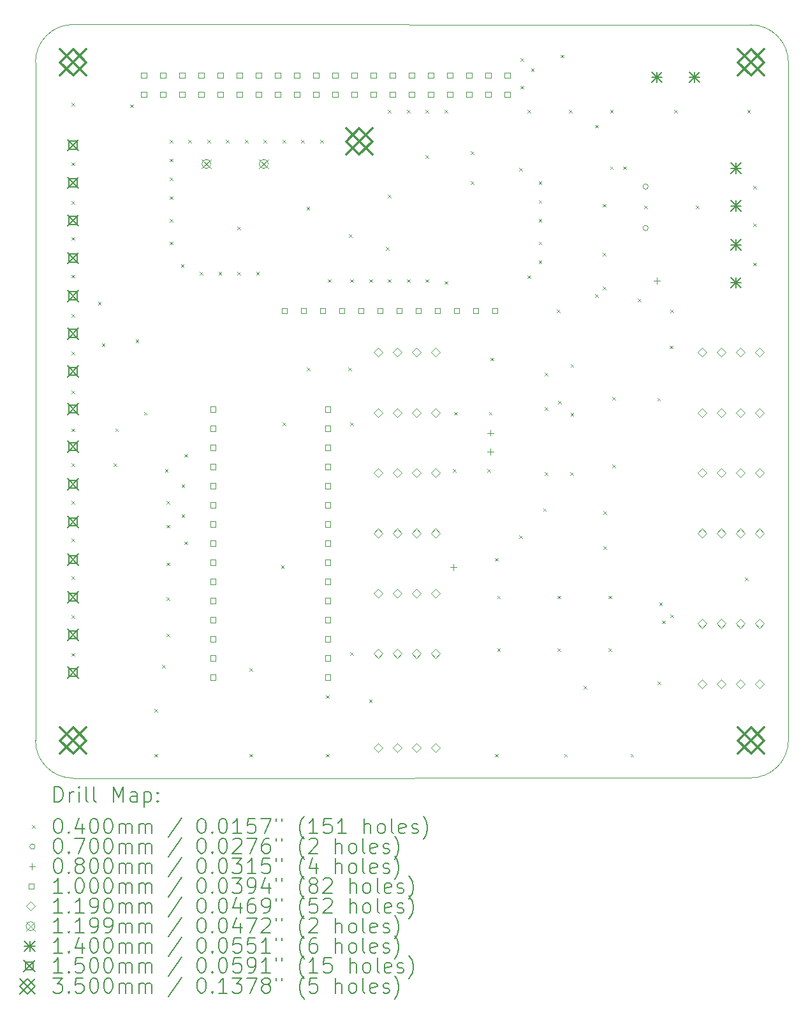
<source format=gbr>
%TF.GenerationSoftware,KiCad,Pcbnew,6.0.10*%
%TF.CreationDate,2023-01-16T23:59:58-03:00*%
%TF.ProjectId,trekking,7472656b-6b69-46e6-972e-6b696361645f,rev?*%
%TF.SameCoordinates,Original*%
%TF.FileFunction,Drillmap*%
%TF.FilePolarity,Positive*%
%FSLAX45Y45*%
G04 Gerber Fmt 4.5, Leading zero omitted, Abs format (unit mm)*
G04 Created by KiCad (PCBNEW 6.0.10) date 2023-01-16 23:59:58*
%MOMM*%
%LPD*%
G01*
G04 APERTURE LIST*
%ADD10C,0.100000*%
%ADD11C,0.200000*%
%ADD12C,0.040000*%
%ADD13C,0.070000*%
%ADD14C,0.080000*%
%ADD15C,0.119000*%
%ADD16C,0.119888*%
%ADD17C,0.140000*%
%ADD18C,0.150000*%
%ADD19C,0.350000*%
G04 APERTURE END LIST*
D10*
X4500000Y-5500000D02*
G75*
G03*
X4000000Y-6000000I0J-500000D01*
G01*
X4500000Y-5500000D02*
X13496447Y-5503553D01*
X13496447Y-15496447D02*
G75*
G03*
X13996447Y-14996447I3J499997D01*
G01*
X4000000Y-15000000D02*
G75*
G03*
X4500000Y-15500000I500000J0D01*
G01*
X4500000Y-15500000D02*
X13496447Y-15496447D01*
X13996447Y-6003553D02*
X13996447Y-14996447D01*
X4000000Y-6000000D02*
X4000000Y-15000000D01*
X13996447Y-6003553D02*
G75*
G03*
X13496447Y-5503553I-499997J3D01*
G01*
D11*
D12*
X4480000Y-6540000D02*
X4520000Y-6580000D01*
X4520000Y-6540000D02*
X4480000Y-6580000D01*
X4480000Y-7330000D02*
X4520000Y-7370000D01*
X4520000Y-7330000D02*
X4480000Y-7370000D01*
X4480000Y-7840000D02*
X4520000Y-7880000D01*
X4520000Y-7840000D02*
X4480000Y-7880000D01*
X4480000Y-8320000D02*
X4520000Y-8360000D01*
X4520000Y-8320000D02*
X4480000Y-8360000D01*
X4480000Y-8820000D02*
X4520000Y-8860000D01*
X4520000Y-8820000D02*
X4480000Y-8860000D01*
X4480000Y-9340000D02*
X4520000Y-9380000D01*
X4520000Y-9340000D02*
X4480000Y-9380000D01*
X4480000Y-9840000D02*
X4520000Y-9880000D01*
X4520000Y-9840000D02*
X4480000Y-9880000D01*
X4480000Y-10360000D02*
X4520000Y-10400000D01*
X4520000Y-10360000D02*
X4480000Y-10400000D01*
X4480000Y-10860000D02*
X4520000Y-10900000D01*
X4520000Y-10860000D02*
X4480000Y-10900000D01*
X4480000Y-11320000D02*
X4520000Y-11360000D01*
X4520000Y-11320000D02*
X4480000Y-11360000D01*
X4480000Y-11820000D02*
X4520000Y-11860000D01*
X4520000Y-11820000D02*
X4480000Y-11860000D01*
X4480000Y-12320000D02*
X4520000Y-12360000D01*
X4520000Y-12320000D02*
X4480000Y-12360000D01*
X4480000Y-12820000D02*
X4520000Y-12860000D01*
X4520000Y-12820000D02*
X4480000Y-12860000D01*
X4480000Y-13340000D02*
X4520000Y-13380000D01*
X4520000Y-13340000D02*
X4480000Y-13380000D01*
X4480000Y-13840000D02*
X4520000Y-13880000D01*
X4520000Y-13840000D02*
X4480000Y-13880000D01*
X4830000Y-9180000D02*
X4870000Y-9220000D01*
X4870000Y-9180000D02*
X4830000Y-9220000D01*
X4880000Y-9730000D02*
X4920000Y-9770000D01*
X4920000Y-9730000D02*
X4880000Y-9770000D01*
X5040000Y-11320000D02*
X5080000Y-11360000D01*
X5080000Y-11320000D02*
X5040000Y-11360000D01*
X5060000Y-10860000D02*
X5100000Y-10900000D01*
X5100000Y-10860000D02*
X5060000Y-10900000D01*
X5260000Y-6560000D02*
X5300000Y-6600000D01*
X5300000Y-6560000D02*
X5260000Y-6600000D01*
X5330000Y-9680000D02*
X5370000Y-9720000D01*
X5370000Y-9680000D02*
X5330000Y-9720000D01*
X5440000Y-10640000D02*
X5480000Y-10680000D01*
X5480000Y-10640000D02*
X5440000Y-10680000D01*
X5580000Y-14580000D02*
X5620000Y-14620000D01*
X5620000Y-14580000D02*
X5580000Y-14620000D01*
X5580000Y-15180000D02*
X5620000Y-15220000D01*
X5620000Y-15180000D02*
X5580000Y-15220000D01*
X5680000Y-14000000D02*
X5720000Y-14040000D01*
X5720000Y-14000000D02*
X5680000Y-14040000D01*
X5720000Y-11400000D02*
X5760000Y-11440000D01*
X5760000Y-11400000D02*
X5720000Y-11440000D01*
X5740000Y-11820000D02*
X5780000Y-11860000D01*
X5780000Y-11820000D02*
X5740000Y-11860000D01*
X5740000Y-12140000D02*
X5780000Y-12180000D01*
X5780000Y-12140000D02*
X5740000Y-12180000D01*
X5740000Y-12640000D02*
X5780000Y-12680000D01*
X5780000Y-12640000D02*
X5740000Y-12680000D01*
X5740000Y-13100000D02*
X5780000Y-13140000D01*
X5780000Y-13100000D02*
X5740000Y-13140000D01*
X5740000Y-13580000D02*
X5780000Y-13620000D01*
X5780000Y-13580000D02*
X5740000Y-13620000D01*
X5780000Y-7030000D02*
X5820000Y-7070000D01*
X5820000Y-7030000D02*
X5780000Y-7070000D01*
X5780000Y-7280000D02*
X5820000Y-7320000D01*
X5820000Y-7280000D02*
X5780000Y-7320000D01*
X5780000Y-7530000D02*
X5820000Y-7570000D01*
X5820000Y-7530000D02*
X5780000Y-7570000D01*
X5780000Y-7780000D02*
X5820000Y-7820000D01*
X5820000Y-7780000D02*
X5780000Y-7820000D01*
X5780000Y-8080000D02*
X5820000Y-8120000D01*
X5820000Y-8080000D02*
X5780000Y-8120000D01*
X5780000Y-8380000D02*
X5820000Y-8420000D01*
X5820000Y-8380000D02*
X5780000Y-8420000D01*
X5930000Y-8680000D02*
X5970000Y-8720000D01*
X5970000Y-8680000D02*
X5930000Y-8720000D01*
X5940000Y-11600000D02*
X5980000Y-11640000D01*
X5980000Y-11600000D02*
X5940000Y-11640000D01*
X5940000Y-12000000D02*
X5980000Y-12040000D01*
X5980000Y-12000000D02*
X5940000Y-12040000D01*
X5980000Y-11200000D02*
X6020000Y-11240000D01*
X6020000Y-11200000D02*
X5980000Y-11240000D01*
X5980000Y-12360000D02*
X6020000Y-12400000D01*
X6020000Y-12360000D02*
X5980000Y-12400000D01*
X6030000Y-7030000D02*
X6070000Y-7070000D01*
X6070000Y-7030000D02*
X6030000Y-7070000D01*
X6180000Y-8780000D02*
X6220000Y-8820000D01*
X6220000Y-8780000D02*
X6180000Y-8820000D01*
X6280000Y-7030000D02*
X6320000Y-7070000D01*
X6320000Y-7030000D02*
X6280000Y-7070000D01*
X6430000Y-8780000D02*
X6470000Y-8820000D01*
X6470000Y-8780000D02*
X6430000Y-8820000D01*
X6530000Y-7030000D02*
X6570000Y-7070000D01*
X6570000Y-7030000D02*
X6530000Y-7070000D01*
X6680000Y-8180000D02*
X6720000Y-8220000D01*
X6720000Y-8180000D02*
X6680000Y-8220000D01*
X6680000Y-8780000D02*
X6720000Y-8820000D01*
X6720000Y-8780000D02*
X6680000Y-8820000D01*
X6780000Y-7030000D02*
X6820000Y-7070000D01*
X6820000Y-7030000D02*
X6780000Y-7070000D01*
X6840000Y-14040000D02*
X6880000Y-14080000D01*
X6880000Y-14040000D02*
X6840000Y-14080000D01*
X6840000Y-15180000D02*
X6880000Y-15220000D01*
X6880000Y-15180000D02*
X6840000Y-15220000D01*
X6930000Y-8780000D02*
X6970000Y-8820000D01*
X6970000Y-8780000D02*
X6930000Y-8820000D01*
X7030000Y-7030000D02*
X7070000Y-7070000D01*
X7070000Y-7030000D02*
X7030000Y-7070000D01*
X7260000Y-12680000D02*
X7300000Y-12720000D01*
X7300000Y-12680000D02*
X7260000Y-12720000D01*
X7280000Y-7030000D02*
X7320000Y-7070000D01*
X7320000Y-7030000D02*
X7280000Y-7070000D01*
X7280000Y-10780000D02*
X7320000Y-10820000D01*
X7320000Y-10780000D02*
X7280000Y-10820000D01*
X7530000Y-7030000D02*
X7570000Y-7070000D01*
X7570000Y-7030000D02*
X7530000Y-7070000D01*
X7600000Y-7920000D02*
X7640000Y-7960000D01*
X7640000Y-7920000D02*
X7600000Y-7960000D01*
X7605000Y-10055000D02*
X7645000Y-10095000D01*
X7645000Y-10055000D02*
X7605000Y-10095000D01*
X7780000Y-7030000D02*
X7820000Y-7070000D01*
X7820000Y-7030000D02*
X7780000Y-7070000D01*
X7860000Y-14400000D02*
X7900000Y-14440000D01*
X7900000Y-14400000D02*
X7860000Y-14440000D01*
X7860000Y-15180000D02*
X7900000Y-15220000D01*
X7900000Y-15180000D02*
X7860000Y-15220000D01*
X7880000Y-8880000D02*
X7920000Y-8920000D01*
X7920000Y-8880000D02*
X7880000Y-8920000D01*
X8155000Y-10055000D02*
X8195000Y-10095000D01*
X8195000Y-10055000D02*
X8155000Y-10095000D01*
X8160000Y-8280000D02*
X8200000Y-8320000D01*
X8200000Y-8280000D02*
X8160000Y-8320000D01*
X8180000Y-8880000D02*
X8220000Y-8920000D01*
X8220000Y-8880000D02*
X8180000Y-8920000D01*
X8180000Y-10780000D02*
X8220000Y-10820000D01*
X8220000Y-10780000D02*
X8180000Y-10820000D01*
X8180000Y-13830000D02*
X8220000Y-13870000D01*
X8220000Y-13830000D02*
X8180000Y-13870000D01*
X8429500Y-14455500D02*
X8469500Y-14495500D01*
X8469500Y-14455500D02*
X8429500Y-14495500D01*
X8430000Y-8880000D02*
X8470000Y-8920000D01*
X8470000Y-8880000D02*
X8430000Y-8920000D01*
X8650000Y-8450000D02*
X8690000Y-8490000D01*
X8690000Y-8450000D02*
X8650000Y-8490000D01*
X8680000Y-6630000D02*
X8720000Y-6670000D01*
X8720000Y-6630000D02*
X8680000Y-6670000D01*
X8680000Y-7760000D02*
X8720000Y-7800000D01*
X8720000Y-7760000D02*
X8680000Y-7800000D01*
X8680000Y-8880000D02*
X8720000Y-8920000D01*
X8720000Y-8880000D02*
X8680000Y-8920000D01*
X8930000Y-6630000D02*
X8970000Y-6670000D01*
X8970000Y-6630000D02*
X8930000Y-6670000D01*
X8930000Y-8880000D02*
X8970000Y-8920000D01*
X8970000Y-8880000D02*
X8930000Y-8920000D01*
X9180000Y-6630000D02*
X9220000Y-6670000D01*
X9220000Y-6630000D02*
X9180000Y-6670000D01*
X9180000Y-7230000D02*
X9220000Y-7270000D01*
X9220000Y-7230000D02*
X9180000Y-7270000D01*
X9180000Y-8880000D02*
X9220000Y-8920000D01*
X9220000Y-8880000D02*
X9180000Y-8920000D01*
X9430000Y-6630000D02*
X9470000Y-6670000D01*
X9470000Y-6630000D02*
X9430000Y-6670000D01*
X9430000Y-8905000D02*
X9470000Y-8945000D01*
X9470000Y-8905000D02*
X9430000Y-8945000D01*
X9540000Y-11400000D02*
X9580000Y-11440000D01*
X9580000Y-11400000D02*
X9540000Y-11440000D01*
X9560000Y-10640000D02*
X9600000Y-10680000D01*
X9600000Y-10640000D02*
X9560000Y-10680000D01*
X9780000Y-7180000D02*
X9820000Y-7220000D01*
X9820000Y-7180000D02*
X9780000Y-7220000D01*
X9780000Y-7580000D02*
X9820000Y-7620000D01*
X9820000Y-7580000D02*
X9780000Y-7620000D01*
X10000000Y-11400000D02*
X10040000Y-11440000D01*
X10040000Y-11400000D02*
X10000000Y-11440000D01*
X10020000Y-10640000D02*
X10060000Y-10680000D01*
X10060000Y-10640000D02*
X10020000Y-10680000D01*
X10040000Y-9920000D02*
X10080000Y-9960000D01*
X10080000Y-9920000D02*
X10040000Y-9960000D01*
X10100000Y-12580000D02*
X10140000Y-12620000D01*
X10140000Y-12580000D02*
X10100000Y-12620000D01*
X10100000Y-15180000D02*
X10140000Y-15220000D01*
X10140000Y-15180000D02*
X10100000Y-15220000D01*
X10130000Y-13080000D02*
X10170000Y-13120000D01*
X10170000Y-13080000D02*
X10130000Y-13120000D01*
X10130000Y-13780000D02*
X10170000Y-13820000D01*
X10170000Y-13780000D02*
X10130000Y-13820000D01*
X10420000Y-7400000D02*
X10460000Y-7440000D01*
X10460000Y-7400000D02*
X10420000Y-7440000D01*
X10420000Y-12280000D02*
X10460000Y-12320000D01*
X10460000Y-12280000D02*
X10420000Y-12320000D01*
X10442500Y-5945000D02*
X10482500Y-5985000D01*
X10482500Y-5945000D02*
X10442500Y-5985000D01*
X10442500Y-6315000D02*
X10482500Y-6355000D01*
X10482500Y-6315000D02*
X10442500Y-6355000D01*
X10530000Y-6630000D02*
X10570000Y-6670000D01*
X10570000Y-6630000D02*
X10530000Y-6670000D01*
X10530000Y-8830000D02*
X10570000Y-8870000D01*
X10570000Y-8830000D02*
X10530000Y-8870000D01*
X10580000Y-6080000D02*
X10620000Y-6120000D01*
X10620000Y-6080000D02*
X10580000Y-6120000D01*
X10680000Y-7580000D02*
X10720000Y-7620000D01*
X10720000Y-7580000D02*
X10680000Y-7620000D01*
X10680000Y-7830000D02*
X10720000Y-7870000D01*
X10720000Y-7830000D02*
X10680000Y-7870000D01*
X10680000Y-8080000D02*
X10720000Y-8120000D01*
X10720000Y-8080000D02*
X10680000Y-8120000D01*
X10680000Y-8380000D02*
X10720000Y-8420000D01*
X10720000Y-8380000D02*
X10680000Y-8420000D01*
X10680000Y-8630000D02*
X10720000Y-8670000D01*
X10720000Y-8630000D02*
X10680000Y-8670000D01*
X10740000Y-11920000D02*
X10780000Y-11960000D01*
X10780000Y-11920000D02*
X10740000Y-11960000D01*
X10760000Y-10120000D02*
X10800000Y-10160000D01*
X10800000Y-10120000D02*
X10760000Y-10160000D01*
X10760000Y-10580000D02*
X10800000Y-10620000D01*
X10800000Y-10580000D02*
X10760000Y-10620000D01*
X10760000Y-11440000D02*
X10800000Y-11480000D01*
X10800000Y-11440000D02*
X10760000Y-11480000D01*
X10920000Y-9280000D02*
X10960000Y-9320000D01*
X10960000Y-9280000D02*
X10920000Y-9320000D01*
X10930000Y-13080000D02*
X10970000Y-13120000D01*
X10970000Y-13080000D02*
X10930000Y-13120000D01*
X10930000Y-13780000D02*
X10970000Y-13820000D01*
X10970000Y-13780000D02*
X10930000Y-13820000D01*
X10940000Y-10495000D02*
X10980000Y-10535000D01*
X10980000Y-10495000D02*
X10940000Y-10535000D01*
X10970000Y-5900000D02*
X11010000Y-5940000D01*
X11010000Y-5900000D02*
X10970000Y-5940000D01*
X11020000Y-15180000D02*
X11060000Y-15220000D01*
X11060000Y-15180000D02*
X11020000Y-15220000D01*
X11080000Y-6630000D02*
X11120000Y-6670000D01*
X11120000Y-6630000D02*
X11080000Y-6670000D01*
X11100000Y-11440000D02*
X11140000Y-11480000D01*
X11140000Y-11440000D02*
X11100000Y-11480000D01*
X11105000Y-10005000D02*
X11145000Y-10045000D01*
X11145000Y-10005000D02*
X11105000Y-10045000D01*
X11105000Y-10655000D02*
X11145000Y-10695000D01*
X11145000Y-10655000D02*
X11105000Y-10695000D01*
X11280000Y-14280000D02*
X11320000Y-14320000D01*
X11320000Y-14280000D02*
X11280000Y-14320000D01*
X11430000Y-6830000D02*
X11470000Y-6870000D01*
X11470000Y-6830000D02*
X11430000Y-6870000D01*
X11430000Y-9080000D02*
X11470000Y-9120000D01*
X11470000Y-9080000D02*
X11430000Y-9120000D01*
X11530000Y-7880000D02*
X11570000Y-7920000D01*
X11570000Y-7880000D02*
X11530000Y-7920000D01*
X11530000Y-8530000D02*
X11570000Y-8570000D01*
X11570000Y-8530000D02*
X11530000Y-8570000D01*
X11530000Y-8980000D02*
X11570000Y-9020000D01*
X11570000Y-8980000D02*
X11530000Y-9020000D01*
X11540000Y-11960000D02*
X11580000Y-12000000D01*
X11580000Y-11960000D02*
X11540000Y-12000000D01*
X11540000Y-12420000D02*
X11580000Y-12460000D01*
X11580000Y-12420000D02*
X11540000Y-12460000D01*
X11605000Y-13080000D02*
X11645000Y-13120000D01*
X11645000Y-13080000D02*
X11605000Y-13120000D01*
X11605000Y-13780000D02*
X11645000Y-13820000D01*
X11645000Y-13780000D02*
X11605000Y-13820000D01*
X11630000Y-6630000D02*
X11670000Y-6670000D01*
X11670000Y-6630000D02*
X11630000Y-6670000D01*
X11630000Y-7380000D02*
X11670000Y-7420000D01*
X11670000Y-7380000D02*
X11630000Y-7420000D01*
X11660000Y-10440000D02*
X11700000Y-10480000D01*
X11700000Y-10440000D02*
X11660000Y-10480000D01*
X11660000Y-11340000D02*
X11700000Y-11380000D01*
X11700000Y-11340000D02*
X11660000Y-11380000D01*
X11800000Y-7380000D02*
X11840000Y-7420000D01*
X11840000Y-7380000D02*
X11800000Y-7420000D01*
X11900000Y-15180000D02*
X11940000Y-15220000D01*
X11940000Y-15180000D02*
X11900000Y-15220000D01*
X12000000Y-9140000D02*
X12040000Y-9180000D01*
X12040000Y-9140000D02*
X12000000Y-9180000D01*
X12080000Y-7900000D02*
X12120000Y-7940000D01*
X12120000Y-7900000D02*
X12080000Y-7940000D01*
X12255000Y-10455000D02*
X12295000Y-10495000D01*
X12295000Y-10455000D02*
X12255000Y-10495000D01*
X12260000Y-14220000D02*
X12300000Y-14260000D01*
X12300000Y-14220000D02*
X12260000Y-14260000D01*
X12280000Y-13170000D02*
X12320000Y-13210000D01*
X12320000Y-13170000D02*
X12280000Y-13210000D01*
X12320000Y-13410000D02*
X12360000Y-13450000D01*
X12360000Y-13410000D02*
X12320000Y-13450000D01*
X12420000Y-9760000D02*
X12460000Y-9800000D01*
X12460000Y-9760000D02*
X12420000Y-9800000D01*
X12430000Y-9280000D02*
X12470000Y-9320000D01*
X12470000Y-9280000D02*
X12430000Y-9320000D01*
X12430000Y-13330000D02*
X12470000Y-13370000D01*
X12470000Y-13330000D02*
X12430000Y-13370000D01*
X12480000Y-6630000D02*
X12520000Y-6670000D01*
X12520000Y-6630000D02*
X12480000Y-6670000D01*
X12770000Y-7900000D02*
X12810000Y-7940000D01*
X12810000Y-7900000D02*
X12770000Y-7940000D01*
X13420000Y-12840000D02*
X13460000Y-12880000D01*
X13460000Y-12840000D02*
X13420000Y-12880000D01*
X13450000Y-6630000D02*
X13490000Y-6670000D01*
X13490000Y-6630000D02*
X13450000Y-6670000D01*
X13530000Y-7640000D02*
X13570000Y-7680000D01*
X13570000Y-7640000D02*
X13530000Y-7680000D01*
X13530000Y-8140000D02*
X13570000Y-8180000D01*
X13570000Y-8140000D02*
X13530000Y-8180000D01*
X13530000Y-8660000D02*
X13570000Y-8700000D01*
X13570000Y-8660000D02*
X13530000Y-8700000D01*
D13*
X12135000Y-7650000D02*
G75*
G03*
X12135000Y-7650000I-35000J0D01*
G01*
X12135000Y-8200000D02*
G75*
G03*
X12135000Y-8200000I-35000J0D01*
G01*
D14*
X9550000Y-12660000D02*
X9550000Y-12740000D01*
X9510000Y-12700000D02*
X9590000Y-12700000D01*
X10040000Y-10880000D02*
X10040000Y-10960000D01*
X10000000Y-10920000D02*
X10080000Y-10920000D01*
X10040000Y-11130000D02*
X10040000Y-11210000D01*
X10000000Y-11170000D02*
X10080000Y-11170000D01*
X12250000Y-8860000D02*
X12250000Y-8940000D01*
X12210000Y-8900000D02*
X12290000Y-8900000D01*
D10*
X5472856Y-6208856D02*
X5472856Y-6138144D01*
X5402144Y-6138144D01*
X5402144Y-6208856D01*
X5472856Y-6208856D01*
X5472856Y-6462856D02*
X5472856Y-6392144D01*
X5402144Y-6392144D01*
X5402144Y-6462856D01*
X5472856Y-6462856D01*
X5726856Y-6208856D02*
X5726856Y-6138144D01*
X5656144Y-6138144D01*
X5656144Y-6208856D01*
X5726856Y-6208856D01*
X5726856Y-6462856D02*
X5726856Y-6392144D01*
X5656144Y-6392144D01*
X5656144Y-6462856D01*
X5726856Y-6462856D01*
X5980856Y-6208856D02*
X5980856Y-6138144D01*
X5910144Y-6138144D01*
X5910144Y-6208856D01*
X5980856Y-6208856D01*
X5980856Y-6462856D02*
X5980856Y-6392144D01*
X5910144Y-6392144D01*
X5910144Y-6462856D01*
X5980856Y-6462856D01*
X6234856Y-6208856D02*
X6234856Y-6138144D01*
X6164144Y-6138144D01*
X6164144Y-6208856D01*
X6234856Y-6208856D01*
X6234856Y-6462856D02*
X6234856Y-6392144D01*
X6164144Y-6392144D01*
X6164144Y-6462856D01*
X6234856Y-6462856D01*
X6393356Y-10641356D02*
X6393356Y-10570644D01*
X6322644Y-10570644D01*
X6322644Y-10641356D01*
X6393356Y-10641356D01*
X6393356Y-10895356D02*
X6393356Y-10824644D01*
X6322644Y-10824644D01*
X6322644Y-10895356D01*
X6393356Y-10895356D01*
X6393356Y-11149356D02*
X6393356Y-11078644D01*
X6322644Y-11078644D01*
X6322644Y-11149356D01*
X6393356Y-11149356D01*
X6393356Y-11403356D02*
X6393356Y-11332644D01*
X6322644Y-11332644D01*
X6322644Y-11403356D01*
X6393356Y-11403356D01*
X6393356Y-11657356D02*
X6393356Y-11586644D01*
X6322644Y-11586644D01*
X6322644Y-11657356D01*
X6393356Y-11657356D01*
X6393356Y-11911356D02*
X6393356Y-11840644D01*
X6322644Y-11840644D01*
X6322644Y-11911356D01*
X6393356Y-11911356D01*
X6393356Y-12165356D02*
X6393356Y-12094644D01*
X6322644Y-12094644D01*
X6322644Y-12165356D01*
X6393356Y-12165356D01*
X6393356Y-12419356D02*
X6393356Y-12348644D01*
X6322644Y-12348644D01*
X6322644Y-12419356D01*
X6393356Y-12419356D01*
X6393356Y-12673356D02*
X6393356Y-12602644D01*
X6322644Y-12602644D01*
X6322644Y-12673356D01*
X6393356Y-12673356D01*
X6393356Y-12927356D02*
X6393356Y-12856644D01*
X6322644Y-12856644D01*
X6322644Y-12927356D01*
X6393356Y-12927356D01*
X6393356Y-13181356D02*
X6393356Y-13110644D01*
X6322644Y-13110644D01*
X6322644Y-13181356D01*
X6393356Y-13181356D01*
X6393356Y-13435356D02*
X6393356Y-13364644D01*
X6322644Y-13364644D01*
X6322644Y-13435356D01*
X6393356Y-13435356D01*
X6393356Y-13689356D02*
X6393356Y-13618644D01*
X6322644Y-13618644D01*
X6322644Y-13689356D01*
X6393356Y-13689356D01*
X6393356Y-13943356D02*
X6393356Y-13872644D01*
X6322644Y-13872644D01*
X6322644Y-13943356D01*
X6393356Y-13943356D01*
X6393356Y-14197356D02*
X6393356Y-14126644D01*
X6322644Y-14126644D01*
X6322644Y-14197356D01*
X6393356Y-14197356D01*
X6488856Y-6208856D02*
X6488856Y-6138144D01*
X6418144Y-6138144D01*
X6418144Y-6208856D01*
X6488856Y-6208856D01*
X6488856Y-6462856D02*
X6488856Y-6392144D01*
X6418144Y-6392144D01*
X6418144Y-6462856D01*
X6488856Y-6462856D01*
X6742856Y-6208856D02*
X6742856Y-6138144D01*
X6672144Y-6138144D01*
X6672144Y-6208856D01*
X6742856Y-6208856D01*
X6742856Y-6462856D02*
X6742856Y-6392144D01*
X6672144Y-6392144D01*
X6672144Y-6462856D01*
X6742856Y-6462856D01*
X6996856Y-6208856D02*
X6996856Y-6138144D01*
X6926144Y-6138144D01*
X6926144Y-6208856D01*
X6996856Y-6208856D01*
X6996856Y-6462856D02*
X6996856Y-6392144D01*
X6926144Y-6392144D01*
X6926144Y-6462856D01*
X6996856Y-6462856D01*
X7250856Y-6208856D02*
X7250856Y-6138144D01*
X7180144Y-6138144D01*
X7180144Y-6208856D01*
X7250856Y-6208856D01*
X7250856Y-6462856D02*
X7250856Y-6392144D01*
X7180144Y-6392144D01*
X7180144Y-6462856D01*
X7250856Y-6462856D01*
X7341356Y-9335356D02*
X7341356Y-9264644D01*
X7270644Y-9264644D01*
X7270644Y-9335356D01*
X7341356Y-9335356D01*
X7504856Y-6208856D02*
X7504856Y-6138144D01*
X7434144Y-6138144D01*
X7434144Y-6208856D01*
X7504856Y-6208856D01*
X7504856Y-6462856D02*
X7504856Y-6392144D01*
X7434144Y-6392144D01*
X7434144Y-6462856D01*
X7504856Y-6462856D01*
X7595356Y-9335356D02*
X7595356Y-9264644D01*
X7524644Y-9264644D01*
X7524644Y-9335356D01*
X7595356Y-9335356D01*
X7758856Y-6208856D02*
X7758856Y-6138144D01*
X7688144Y-6138144D01*
X7688144Y-6208856D01*
X7758856Y-6208856D01*
X7758856Y-6462856D02*
X7758856Y-6392144D01*
X7688144Y-6392144D01*
X7688144Y-6462856D01*
X7758856Y-6462856D01*
X7849356Y-9335356D02*
X7849356Y-9264644D01*
X7778644Y-9264644D01*
X7778644Y-9335356D01*
X7849356Y-9335356D01*
X7917356Y-10641356D02*
X7917356Y-10570644D01*
X7846644Y-10570644D01*
X7846644Y-10641356D01*
X7917356Y-10641356D01*
X7917356Y-10895356D02*
X7917356Y-10824644D01*
X7846644Y-10824644D01*
X7846644Y-10895356D01*
X7917356Y-10895356D01*
X7917356Y-11149356D02*
X7917356Y-11078644D01*
X7846644Y-11078644D01*
X7846644Y-11149356D01*
X7917356Y-11149356D01*
X7917356Y-11403356D02*
X7917356Y-11332644D01*
X7846644Y-11332644D01*
X7846644Y-11403356D01*
X7917356Y-11403356D01*
X7917356Y-11657356D02*
X7917356Y-11586644D01*
X7846644Y-11586644D01*
X7846644Y-11657356D01*
X7917356Y-11657356D01*
X7917356Y-11911356D02*
X7917356Y-11840644D01*
X7846644Y-11840644D01*
X7846644Y-11911356D01*
X7917356Y-11911356D01*
X7917356Y-12165356D02*
X7917356Y-12094644D01*
X7846644Y-12094644D01*
X7846644Y-12165356D01*
X7917356Y-12165356D01*
X7917356Y-12419356D02*
X7917356Y-12348644D01*
X7846644Y-12348644D01*
X7846644Y-12419356D01*
X7917356Y-12419356D01*
X7917356Y-12673356D02*
X7917356Y-12602644D01*
X7846644Y-12602644D01*
X7846644Y-12673356D01*
X7917356Y-12673356D01*
X7917356Y-12927356D02*
X7917356Y-12856644D01*
X7846644Y-12856644D01*
X7846644Y-12927356D01*
X7917356Y-12927356D01*
X7917356Y-13181356D02*
X7917356Y-13110644D01*
X7846644Y-13110644D01*
X7846644Y-13181356D01*
X7917356Y-13181356D01*
X7917356Y-13435356D02*
X7917356Y-13364644D01*
X7846644Y-13364644D01*
X7846644Y-13435356D01*
X7917356Y-13435356D01*
X7917356Y-13689356D02*
X7917356Y-13618644D01*
X7846644Y-13618644D01*
X7846644Y-13689356D01*
X7917356Y-13689356D01*
X7917356Y-13943356D02*
X7917356Y-13872644D01*
X7846644Y-13872644D01*
X7846644Y-13943356D01*
X7917356Y-13943356D01*
X7917356Y-14197356D02*
X7917356Y-14126644D01*
X7846644Y-14126644D01*
X7846644Y-14197356D01*
X7917356Y-14197356D01*
X8012856Y-6208856D02*
X8012856Y-6138144D01*
X7942144Y-6138144D01*
X7942144Y-6208856D01*
X8012856Y-6208856D01*
X8012856Y-6462856D02*
X8012856Y-6392144D01*
X7942144Y-6392144D01*
X7942144Y-6462856D01*
X8012856Y-6462856D01*
X8103356Y-9335356D02*
X8103356Y-9264644D01*
X8032644Y-9264644D01*
X8032644Y-9335356D01*
X8103356Y-9335356D01*
X8266856Y-6208856D02*
X8266856Y-6138144D01*
X8196144Y-6138144D01*
X8196144Y-6208856D01*
X8266856Y-6208856D01*
X8266856Y-6462856D02*
X8266856Y-6392144D01*
X8196144Y-6392144D01*
X8196144Y-6462856D01*
X8266856Y-6462856D01*
X8357356Y-9335356D02*
X8357356Y-9264644D01*
X8286644Y-9264644D01*
X8286644Y-9335356D01*
X8357356Y-9335356D01*
X8520856Y-6208856D02*
X8520856Y-6138144D01*
X8450144Y-6138144D01*
X8450144Y-6208856D01*
X8520856Y-6208856D01*
X8520856Y-6462856D02*
X8520856Y-6392144D01*
X8450144Y-6392144D01*
X8450144Y-6462856D01*
X8520856Y-6462856D01*
X8611356Y-9335356D02*
X8611356Y-9264644D01*
X8540644Y-9264644D01*
X8540644Y-9335356D01*
X8611356Y-9335356D01*
X8774856Y-6208856D02*
X8774856Y-6138144D01*
X8704144Y-6138144D01*
X8704144Y-6208856D01*
X8774856Y-6208856D01*
X8774856Y-6462856D02*
X8774856Y-6392144D01*
X8704144Y-6392144D01*
X8704144Y-6462856D01*
X8774856Y-6462856D01*
X8865356Y-9335356D02*
X8865356Y-9264644D01*
X8794644Y-9264644D01*
X8794644Y-9335356D01*
X8865356Y-9335356D01*
X9028856Y-6208856D02*
X9028856Y-6138144D01*
X8958144Y-6138144D01*
X8958144Y-6208856D01*
X9028856Y-6208856D01*
X9028856Y-6462856D02*
X9028856Y-6392144D01*
X8958144Y-6392144D01*
X8958144Y-6462856D01*
X9028856Y-6462856D01*
X9119356Y-9335356D02*
X9119356Y-9264644D01*
X9048644Y-9264644D01*
X9048644Y-9335356D01*
X9119356Y-9335356D01*
X9282856Y-6208856D02*
X9282856Y-6138144D01*
X9212144Y-6138144D01*
X9212144Y-6208856D01*
X9282856Y-6208856D01*
X9282856Y-6462856D02*
X9282856Y-6392144D01*
X9212144Y-6392144D01*
X9212144Y-6462856D01*
X9282856Y-6462856D01*
X9373356Y-9335356D02*
X9373356Y-9264644D01*
X9302644Y-9264644D01*
X9302644Y-9335356D01*
X9373356Y-9335356D01*
X9536856Y-6208856D02*
X9536856Y-6138144D01*
X9466144Y-6138144D01*
X9466144Y-6208856D01*
X9536856Y-6208856D01*
X9536856Y-6462856D02*
X9536856Y-6392144D01*
X9466144Y-6392144D01*
X9466144Y-6462856D01*
X9536856Y-6462856D01*
X9627356Y-9335356D02*
X9627356Y-9264644D01*
X9556644Y-9264644D01*
X9556644Y-9335356D01*
X9627356Y-9335356D01*
X9790856Y-6208856D02*
X9790856Y-6138144D01*
X9720144Y-6138144D01*
X9720144Y-6208856D01*
X9790856Y-6208856D01*
X9790856Y-6462856D02*
X9790856Y-6392144D01*
X9720144Y-6392144D01*
X9720144Y-6462856D01*
X9790856Y-6462856D01*
X9881356Y-9335356D02*
X9881356Y-9264644D01*
X9810644Y-9264644D01*
X9810644Y-9335356D01*
X9881356Y-9335356D01*
X10044856Y-6208856D02*
X10044856Y-6138144D01*
X9974144Y-6138144D01*
X9974144Y-6208856D01*
X10044856Y-6208856D01*
X10044856Y-6462856D02*
X10044856Y-6392144D01*
X9974144Y-6392144D01*
X9974144Y-6462856D01*
X10044856Y-6462856D01*
X10135356Y-9335356D02*
X10135356Y-9264644D01*
X10064644Y-9264644D01*
X10064644Y-9335356D01*
X10135356Y-9335356D01*
X10298856Y-6208856D02*
X10298856Y-6138144D01*
X10228144Y-6138144D01*
X10228144Y-6208856D01*
X10298856Y-6208856D01*
X10298856Y-6462856D02*
X10298856Y-6392144D01*
X10228144Y-6392144D01*
X10228144Y-6462856D01*
X10298856Y-6462856D01*
D15*
X8550000Y-9907850D02*
X8609500Y-9848350D01*
X8550000Y-9788850D01*
X8490500Y-9848350D01*
X8550000Y-9907850D01*
X8550000Y-10707850D02*
X8609500Y-10648350D01*
X8550000Y-10588850D01*
X8490500Y-10648350D01*
X8550000Y-10707850D01*
X8550000Y-11507850D02*
X8609500Y-11448350D01*
X8550000Y-11388850D01*
X8490500Y-11448350D01*
X8550000Y-11507850D01*
X8550000Y-12307850D02*
X8609500Y-12248350D01*
X8550000Y-12188850D01*
X8490500Y-12248350D01*
X8550000Y-12307850D01*
X8550000Y-13107850D02*
X8609500Y-13048350D01*
X8550000Y-12988850D01*
X8490500Y-13048350D01*
X8550000Y-13107850D01*
X8550000Y-13907850D02*
X8609500Y-13848350D01*
X8550000Y-13788850D01*
X8490500Y-13848350D01*
X8550000Y-13907850D01*
X8550000Y-15159500D02*
X8609500Y-15100000D01*
X8550000Y-15040500D01*
X8490500Y-15100000D01*
X8550000Y-15159500D01*
X8804000Y-9907850D02*
X8863500Y-9848350D01*
X8804000Y-9788850D01*
X8744500Y-9848350D01*
X8804000Y-9907850D01*
X8804000Y-10707850D02*
X8863500Y-10648350D01*
X8804000Y-10588850D01*
X8744500Y-10648350D01*
X8804000Y-10707850D01*
X8804000Y-11507850D02*
X8863500Y-11448350D01*
X8804000Y-11388850D01*
X8744500Y-11448350D01*
X8804000Y-11507850D01*
X8804000Y-12307850D02*
X8863500Y-12248350D01*
X8804000Y-12188850D01*
X8744500Y-12248350D01*
X8804000Y-12307850D01*
X8804000Y-13107850D02*
X8863500Y-13048350D01*
X8804000Y-12988850D01*
X8744500Y-13048350D01*
X8804000Y-13107850D01*
X8804000Y-13907850D02*
X8863500Y-13848350D01*
X8804000Y-13788850D01*
X8744500Y-13848350D01*
X8804000Y-13907850D01*
X8804000Y-15159500D02*
X8863500Y-15100000D01*
X8804000Y-15040500D01*
X8744500Y-15100000D01*
X8804000Y-15159500D01*
X9058000Y-9907850D02*
X9117500Y-9848350D01*
X9058000Y-9788850D01*
X8998500Y-9848350D01*
X9058000Y-9907850D01*
X9058000Y-10707850D02*
X9117500Y-10648350D01*
X9058000Y-10588850D01*
X8998500Y-10648350D01*
X9058000Y-10707850D01*
X9058000Y-11507850D02*
X9117500Y-11448350D01*
X9058000Y-11388850D01*
X8998500Y-11448350D01*
X9058000Y-11507850D01*
X9058000Y-12307850D02*
X9117500Y-12248350D01*
X9058000Y-12188850D01*
X8998500Y-12248350D01*
X9058000Y-12307850D01*
X9058000Y-13107850D02*
X9117500Y-13048350D01*
X9058000Y-12988850D01*
X8998500Y-13048350D01*
X9058000Y-13107850D01*
X9058000Y-13907850D02*
X9117500Y-13848350D01*
X9058000Y-13788850D01*
X8998500Y-13848350D01*
X9058000Y-13907850D01*
X9058000Y-15159500D02*
X9117500Y-15100000D01*
X9058000Y-15040500D01*
X8998500Y-15100000D01*
X9058000Y-15159500D01*
X9312000Y-9907850D02*
X9371500Y-9848350D01*
X9312000Y-9788850D01*
X9252500Y-9848350D01*
X9312000Y-9907850D01*
X9312000Y-10707850D02*
X9371500Y-10648350D01*
X9312000Y-10588850D01*
X9252500Y-10648350D01*
X9312000Y-10707850D01*
X9312000Y-11507850D02*
X9371500Y-11448350D01*
X9312000Y-11388850D01*
X9252500Y-11448350D01*
X9312000Y-11507850D01*
X9312000Y-12307850D02*
X9371500Y-12248350D01*
X9312000Y-12188850D01*
X9252500Y-12248350D01*
X9312000Y-12307850D01*
X9312000Y-13107850D02*
X9371500Y-13048350D01*
X9312000Y-12988850D01*
X9252500Y-13048350D01*
X9312000Y-13107850D01*
X9312000Y-13907850D02*
X9371500Y-13848350D01*
X9312000Y-13788850D01*
X9252500Y-13848350D01*
X9312000Y-13907850D01*
X9312000Y-15159500D02*
X9371500Y-15100000D01*
X9312000Y-15040500D01*
X9252500Y-15100000D01*
X9312000Y-15159500D01*
X12850000Y-9907850D02*
X12909500Y-9848350D01*
X12850000Y-9788850D01*
X12790500Y-9848350D01*
X12850000Y-9907850D01*
X12850000Y-10707850D02*
X12909500Y-10648350D01*
X12850000Y-10588850D01*
X12790500Y-10648350D01*
X12850000Y-10707850D01*
X12850000Y-11507850D02*
X12909500Y-11448350D01*
X12850000Y-11388850D01*
X12790500Y-11448350D01*
X12850000Y-11507850D01*
X12850000Y-12307850D02*
X12909500Y-12248350D01*
X12850000Y-12188850D01*
X12790500Y-12248350D01*
X12850000Y-12307850D01*
X12850000Y-13509850D02*
X12909500Y-13450350D01*
X12850000Y-13390850D01*
X12790500Y-13450350D01*
X12850000Y-13509850D01*
X12850000Y-14307850D02*
X12909500Y-14248350D01*
X12850000Y-14188850D01*
X12790500Y-14248350D01*
X12850000Y-14307850D01*
X13104000Y-9907850D02*
X13163500Y-9848350D01*
X13104000Y-9788850D01*
X13044500Y-9848350D01*
X13104000Y-9907850D01*
X13104000Y-10707850D02*
X13163500Y-10648350D01*
X13104000Y-10588850D01*
X13044500Y-10648350D01*
X13104000Y-10707850D01*
X13104000Y-11507850D02*
X13163500Y-11448350D01*
X13104000Y-11388850D01*
X13044500Y-11448350D01*
X13104000Y-11507850D01*
X13104000Y-12307850D02*
X13163500Y-12248350D01*
X13104000Y-12188850D01*
X13044500Y-12248350D01*
X13104000Y-12307850D01*
X13104000Y-13509850D02*
X13163500Y-13450350D01*
X13104000Y-13390850D01*
X13044500Y-13450350D01*
X13104000Y-13509850D01*
X13104000Y-14307850D02*
X13163500Y-14248350D01*
X13104000Y-14188850D01*
X13044500Y-14248350D01*
X13104000Y-14307850D01*
X13358000Y-9907850D02*
X13417500Y-9848350D01*
X13358000Y-9788850D01*
X13298500Y-9848350D01*
X13358000Y-9907850D01*
X13358000Y-10707850D02*
X13417500Y-10648350D01*
X13358000Y-10588850D01*
X13298500Y-10648350D01*
X13358000Y-10707850D01*
X13358000Y-11507850D02*
X13417500Y-11448350D01*
X13358000Y-11388850D01*
X13298500Y-11448350D01*
X13358000Y-11507850D01*
X13358000Y-12307850D02*
X13417500Y-12248350D01*
X13358000Y-12188850D01*
X13298500Y-12248350D01*
X13358000Y-12307850D01*
X13358000Y-13509850D02*
X13417500Y-13450350D01*
X13358000Y-13390850D01*
X13298500Y-13450350D01*
X13358000Y-13509850D01*
X13358000Y-14307850D02*
X13417500Y-14248350D01*
X13358000Y-14188850D01*
X13298500Y-14248350D01*
X13358000Y-14307850D01*
X13612000Y-9907850D02*
X13671500Y-9848350D01*
X13612000Y-9788850D01*
X13552500Y-9848350D01*
X13612000Y-9907850D01*
X13612000Y-10707850D02*
X13671500Y-10648350D01*
X13612000Y-10588850D01*
X13552500Y-10648350D01*
X13612000Y-10707850D01*
X13612000Y-11507850D02*
X13671500Y-11448350D01*
X13612000Y-11388850D01*
X13552500Y-11448350D01*
X13612000Y-11507850D01*
X13612000Y-12307850D02*
X13671500Y-12248350D01*
X13612000Y-12188850D01*
X13552500Y-12248350D01*
X13612000Y-12307850D01*
X13612000Y-13509850D02*
X13671500Y-13450350D01*
X13612000Y-13390850D01*
X13552500Y-13450350D01*
X13612000Y-13509850D01*
X13612000Y-14307850D02*
X13671500Y-14248350D01*
X13612000Y-14188850D01*
X13552500Y-14248350D01*
X13612000Y-14307850D01*
D16*
X6209056Y-7290056D02*
X6328944Y-7409944D01*
X6328944Y-7290056D02*
X6209056Y-7409944D01*
X6328944Y-7350000D02*
G75*
G03*
X6328944Y-7350000I-59944J0D01*
G01*
X6971056Y-7290056D02*
X7090944Y-7409944D01*
X7090944Y-7290056D02*
X6971056Y-7409944D01*
X7090944Y-7350000D02*
G75*
G03*
X7090944Y-7350000I-59944J0D01*
G01*
D17*
X12180000Y-6130000D02*
X12320000Y-6270000D01*
X12320000Y-6130000D02*
X12180000Y-6270000D01*
X12250000Y-6130000D02*
X12250000Y-6270000D01*
X12180000Y-6200000D02*
X12320000Y-6200000D01*
X12680000Y-6130000D02*
X12820000Y-6270000D01*
X12820000Y-6130000D02*
X12680000Y-6270000D01*
X12750000Y-6130000D02*
X12750000Y-6270000D01*
X12680000Y-6200000D02*
X12820000Y-6200000D01*
X13230000Y-7335850D02*
X13370000Y-7475850D01*
X13370000Y-7335850D02*
X13230000Y-7475850D01*
X13300000Y-7335850D02*
X13300000Y-7475850D01*
X13230000Y-7405850D02*
X13370000Y-7405850D01*
X13230000Y-7835850D02*
X13370000Y-7975850D01*
X13370000Y-7835850D02*
X13230000Y-7975850D01*
X13300000Y-7835850D02*
X13300000Y-7975850D01*
X13230000Y-7905850D02*
X13370000Y-7905850D01*
X13230000Y-8353350D02*
X13370000Y-8493350D01*
X13370000Y-8353350D02*
X13230000Y-8493350D01*
X13300000Y-8353350D02*
X13300000Y-8493350D01*
X13230000Y-8423350D02*
X13370000Y-8423350D01*
X13230000Y-8853350D02*
X13370000Y-8993350D01*
X13370000Y-8853350D02*
X13230000Y-8993350D01*
X13300000Y-8853350D02*
X13300000Y-8993350D01*
X13230000Y-8923350D02*
X13370000Y-8923350D01*
D18*
X4425000Y-7025000D02*
X4575000Y-7175000D01*
X4575000Y-7025000D02*
X4425000Y-7175000D01*
X4553034Y-7153033D02*
X4553034Y-7046966D01*
X4446967Y-7046966D01*
X4446967Y-7153033D01*
X4553034Y-7153033D01*
X4425000Y-7525000D02*
X4575000Y-7675000D01*
X4575000Y-7525000D02*
X4425000Y-7675000D01*
X4553034Y-7653033D02*
X4553034Y-7546966D01*
X4446967Y-7546966D01*
X4446967Y-7653033D01*
X4553034Y-7653033D01*
X4425000Y-8025000D02*
X4575000Y-8175000D01*
X4575000Y-8025000D02*
X4425000Y-8175000D01*
X4553034Y-8153033D02*
X4553034Y-8046966D01*
X4446967Y-8046966D01*
X4446967Y-8153033D01*
X4553034Y-8153033D01*
X4425000Y-8525000D02*
X4575000Y-8675000D01*
X4575000Y-8525000D02*
X4425000Y-8675000D01*
X4553034Y-8653034D02*
X4553034Y-8546967D01*
X4446967Y-8546967D01*
X4446967Y-8653034D01*
X4553034Y-8653034D01*
X4425000Y-9025000D02*
X4575000Y-9175000D01*
X4575000Y-9025000D02*
X4425000Y-9175000D01*
X4553034Y-9153034D02*
X4553034Y-9046967D01*
X4446967Y-9046967D01*
X4446967Y-9153034D01*
X4553034Y-9153034D01*
X4425000Y-9525000D02*
X4575000Y-9675000D01*
X4575000Y-9525000D02*
X4425000Y-9675000D01*
X4553034Y-9653034D02*
X4553034Y-9546967D01*
X4446967Y-9546967D01*
X4446967Y-9653034D01*
X4553034Y-9653034D01*
X4425000Y-10025000D02*
X4575000Y-10175000D01*
X4575000Y-10025000D02*
X4425000Y-10175000D01*
X4553034Y-10153034D02*
X4553034Y-10046967D01*
X4446967Y-10046967D01*
X4446967Y-10153034D01*
X4553034Y-10153034D01*
X4425000Y-10525000D02*
X4575000Y-10675000D01*
X4575000Y-10525000D02*
X4425000Y-10675000D01*
X4553034Y-10653034D02*
X4553034Y-10546967D01*
X4446967Y-10546967D01*
X4446967Y-10653034D01*
X4553034Y-10653034D01*
X4425000Y-11025000D02*
X4575000Y-11175000D01*
X4575000Y-11025000D02*
X4425000Y-11175000D01*
X4553034Y-11153034D02*
X4553034Y-11046967D01*
X4446967Y-11046967D01*
X4446967Y-11153034D01*
X4553034Y-11153034D01*
X4425000Y-11525000D02*
X4575000Y-11675000D01*
X4575000Y-11525000D02*
X4425000Y-11675000D01*
X4553034Y-11653033D02*
X4553034Y-11546966D01*
X4446967Y-11546966D01*
X4446967Y-11653033D01*
X4553034Y-11653033D01*
X4425000Y-12025000D02*
X4575000Y-12175000D01*
X4575000Y-12025000D02*
X4425000Y-12175000D01*
X4553034Y-12153033D02*
X4553034Y-12046966D01*
X4446967Y-12046966D01*
X4446967Y-12153033D01*
X4553034Y-12153033D01*
X4425000Y-12525000D02*
X4575000Y-12675000D01*
X4575000Y-12525000D02*
X4425000Y-12675000D01*
X4553034Y-12653033D02*
X4553034Y-12546966D01*
X4446967Y-12546966D01*
X4446967Y-12653033D01*
X4553034Y-12653033D01*
X4425000Y-13025000D02*
X4575000Y-13175000D01*
X4575000Y-13025000D02*
X4425000Y-13175000D01*
X4553034Y-13153033D02*
X4553034Y-13046966D01*
X4446967Y-13046966D01*
X4446967Y-13153033D01*
X4553034Y-13153033D01*
X4425000Y-13525000D02*
X4575000Y-13675000D01*
X4575000Y-13525000D02*
X4425000Y-13675000D01*
X4553034Y-13653033D02*
X4553034Y-13546966D01*
X4446967Y-13546966D01*
X4446967Y-13653033D01*
X4553034Y-13653033D01*
X4425000Y-14025000D02*
X4575000Y-14175000D01*
X4575000Y-14025000D02*
X4425000Y-14175000D01*
X4553034Y-14153033D02*
X4553034Y-14046966D01*
X4446967Y-14046966D01*
X4446967Y-14153033D01*
X4553034Y-14153033D01*
D19*
X4325000Y-5825000D02*
X4675000Y-6175000D01*
X4675000Y-5825000D02*
X4325000Y-6175000D01*
X4500000Y-6175000D02*
X4675000Y-6000000D01*
X4500000Y-5825000D01*
X4325000Y-6000000D01*
X4500000Y-6175000D01*
X4325000Y-14825000D02*
X4675000Y-15175000D01*
X4675000Y-14825000D02*
X4325000Y-15175000D01*
X4500000Y-15175000D02*
X4675000Y-15000000D01*
X4500000Y-14825000D01*
X4325000Y-15000000D01*
X4500000Y-15175000D01*
X8125000Y-6875000D02*
X8475000Y-7225000D01*
X8475000Y-6875000D02*
X8125000Y-7225000D01*
X8300000Y-7225000D02*
X8475000Y-7050000D01*
X8300000Y-6875000D01*
X8125000Y-7050000D01*
X8300000Y-7225000D01*
X13325000Y-5825000D02*
X13675000Y-6175000D01*
X13675000Y-5825000D02*
X13325000Y-6175000D01*
X13500000Y-6175000D02*
X13675000Y-6000000D01*
X13500000Y-5825000D01*
X13325000Y-6000000D01*
X13500000Y-6175000D01*
X13325000Y-14825000D02*
X13675000Y-15175000D01*
X13675000Y-14825000D02*
X13325000Y-15175000D01*
X13500000Y-15175000D02*
X13675000Y-15000000D01*
X13500000Y-14825000D01*
X13325000Y-15000000D01*
X13500000Y-15175000D01*
D11*
X4252619Y-15815476D02*
X4252619Y-15615476D01*
X4300238Y-15615476D01*
X4328810Y-15625000D01*
X4347857Y-15644048D01*
X4357381Y-15663095D01*
X4366905Y-15701190D01*
X4366905Y-15729762D01*
X4357381Y-15767857D01*
X4347857Y-15786905D01*
X4328810Y-15805952D01*
X4300238Y-15815476D01*
X4252619Y-15815476D01*
X4452619Y-15815476D02*
X4452619Y-15682143D01*
X4452619Y-15720238D02*
X4462143Y-15701190D01*
X4471667Y-15691667D01*
X4490714Y-15682143D01*
X4509762Y-15682143D01*
X4576429Y-15815476D02*
X4576429Y-15682143D01*
X4576429Y-15615476D02*
X4566905Y-15625000D01*
X4576429Y-15634524D01*
X4585952Y-15625000D01*
X4576429Y-15615476D01*
X4576429Y-15634524D01*
X4700238Y-15815476D02*
X4681190Y-15805952D01*
X4671667Y-15786905D01*
X4671667Y-15615476D01*
X4805000Y-15815476D02*
X4785952Y-15805952D01*
X4776429Y-15786905D01*
X4776429Y-15615476D01*
X5033571Y-15815476D02*
X5033571Y-15615476D01*
X5100238Y-15758333D01*
X5166905Y-15615476D01*
X5166905Y-15815476D01*
X5347857Y-15815476D02*
X5347857Y-15710714D01*
X5338333Y-15691667D01*
X5319286Y-15682143D01*
X5281190Y-15682143D01*
X5262143Y-15691667D01*
X5347857Y-15805952D02*
X5328810Y-15815476D01*
X5281190Y-15815476D01*
X5262143Y-15805952D01*
X5252619Y-15786905D01*
X5252619Y-15767857D01*
X5262143Y-15748809D01*
X5281190Y-15739286D01*
X5328810Y-15739286D01*
X5347857Y-15729762D01*
X5443095Y-15682143D02*
X5443095Y-15882143D01*
X5443095Y-15691667D02*
X5462143Y-15682143D01*
X5500238Y-15682143D01*
X5519286Y-15691667D01*
X5528810Y-15701190D01*
X5538333Y-15720238D01*
X5538333Y-15777381D01*
X5528810Y-15796428D01*
X5519286Y-15805952D01*
X5500238Y-15815476D01*
X5462143Y-15815476D01*
X5443095Y-15805952D01*
X5624048Y-15796428D02*
X5633571Y-15805952D01*
X5624048Y-15815476D01*
X5614524Y-15805952D01*
X5624048Y-15796428D01*
X5624048Y-15815476D01*
X5624048Y-15691667D02*
X5633571Y-15701190D01*
X5624048Y-15710714D01*
X5614524Y-15701190D01*
X5624048Y-15691667D01*
X5624048Y-15710714D01*
D12*
X3955000Y-16125000D02*
X3995000Y-16165000D01*
X3995000Y-16125000D02*
X3955000Y-16165000D01*
D11*
X4290714Y-16035476D02*
X4309762Y-16035476D01*
X4328810Y-16045000D01*
X4338333Y-16054524D01*
X4347857Y-16073571D01*
X4357381Y-16111667D01*
X4357381Y-16159286D01*
X4347857Y-16197381D01*
X4338333Y-16216428D01*
X4328810Y-16225952D01*
X4309762Y-16235476D01*
X4290714Y-16235476D01*
X4271667Y-16225952D01*
X4262143Y-16216428D01*
X4252619Y-16197381D01*
X4243095Y-16159286D01*
X4243095Y-16111667D01*
X4252619Y-16073571D01*
X4262143Y-16054524D01*
X4271667Y-16045000D01*
X4290714Y-16035476D01*
X4443095Y-16216428D02*
X4452619Y-16225952D01*
X4443095Y-16235476D01*
X4433571Y-16225952D01*
X4443095Y-16216428D01*
X4443095Y-16235476D01*
X4624048Y-16102143D02*
X4624048Y-16235476D01*
X4576429Y-16025952D02*
X4528810Y-16168809D01*
X4652619Y-16168809D01*
X4766905Y-16035476D02*
X4785952Y-16035476D01*
X4805000Y-16045000D01*
X4814524Y-16054524D01*
X4824048Y-16073571D01*
X4833571Y-16111667D01*
X4833571Y-16159286D01*
X4824048Y-16197381D01*
X4814524Y-16216428D01*
X4805000Y-16225952D01*
X4785952Y-16235476D01*
X4766905Y-16235476D01*
X4747857Y-16225952D01*
X4738333Y-16216428D01*
X4728810Y-16197381D01*
X4719286Y-16159286D01*
X4719286Y-16111667D01*
X4728810Y-16073571D01*
X4738333Y-16054524D01*
X4747857Y-16045000D01*
X4766905Y-16035476D01*
X4957381Y-16035476D02*
X4976429Y-16035476D01*
X4995476Y-16045000D01*
X5005000Y-16054524D01*
X5014524Y-16073571D01*
X5024048Y-16111667D01*
X5024048Y-16159286D01*
X5014524Y-16197381D01*
X5005000Y-16216428D01*
X4995476Y-16225952D01*
X4976429Y-16235476D01*
X4957381Y-16235476D01*
X4938333Y-16225952D01*
X4928810Y-16216428D01*
X4919286Y-16197381D01*
X4909762Y-16159286D01*
X4909762Y-16111667D01*
X4919286Y-16073571D01*
X4928810Y-16054524D01*
X4938333Y-16045000D01*
X4957381Y-16035476D01*
X5109762Y-16235476D02*
X5109762Y-16102143D01*
X5109762Y-16121190D02*
X5119286Y-16111667D01*
X5138333Y-16102143D01*
X5166905Y-16102143D01*
X5185952Y-16111667D01*
X5195476Y-16130714D01*
X5195476Y-16235476D01*
X5195476Y-16130714D02*
X5205000Y-16111667D01*
X5224048Y-16102143D01*
X5252619Y-16102143D01*
X5271667Y-16111667D01*
X5281190Y-16130714D01*
X5281190Y-16235476D01*
X5376429Y-16235476D02*
X5376429Y-16102143D01*
X5376429Y-16121190D02*
X5385952Y-16111667D01*
X5405000Y-16102143D01*
X5433571Y-16102143D01*
X5452619Y-16111667D01*
X5462143Y-16130714D01*
X5462143Y-16235476D01*
X5462143Y-16130714D02*
X5471667Y-16111667D01*
X5490714Y-16102143D01*
X5519286Y-16102143D01*
X5538333Y-16111667D01*
X5547857Y-16130714D01*
X5547857Y-16235476D01*
X5938333Y-16025952D02*
X5766905Y-16283095D01*
X6195476Y-16035476D02*
X6214524Y-16035476D01*
X6233571Y-16045000D01*
X6243095Y-16054524D01*
X6252619Y-16073571D01*
X6262143Y-16111667D01*
X6262143Y-16159286D01*
X6252619Y-16197381D01*
X6243095Y-16216428D01*
X6233571Y-16225952D01*
X6214524Y-16235476D01*
X6195476Y-16235476D01*
X6176428Y-16225952D01*
X6166905Y-16216428D01*
X6157381Y-16197381D01*
X6147857Y-16159286D01*
X6147857Y-16111667D01*
X6157381Y-16073571D01*
X6166905Y-16054524D01*
X6176428Y-16045000D01*
X6195476Y-16035476D01*
X6347857Y-16216428D02*
X6357381Y-16225952D01*
X6347857Y-16235476D01*
X6338333Y-16225952D01*
X6347857Y-16216428D01*
X6347857Y-16235476D01*
X6481190Y-16035476D02*
X6500238Y-16035476D01*
X6519286Y-16045000D01*
X6528809Y-16054524D01*
X6538333Y-16073571D01*
X6547857Y-16111667D01*
X6547857Y-16159286D01*
X6538333Y-16197381D01*
X6528809Y-16216428D01*
X6519286Y-16225952D01*
X6500238Y-16235476D01*
X6481190Y-16235476D01*
X6462143Y-16225952D01*
X6452619Y-16216428D01*
X6443095Y-16197381D01*
X6433571Y-16159286D01*
X6433571Y-16111667D01*
X6443095Y-16073571D01*
X6452619Y-16054524D01*
X6462143Y-16045000D01*
X6481190Y-16035476D01*
X6738333Y-16235476D02*
X6624048Y-16235476D01*
X6681190Y-16235476D02*
X6681190Y-16035476D01*
X6662143Y-16064048D01*
X6643095Y-16083095D01*
X6624048Y-16092619D01*
X6919286Y-16035476D02*
X6824048Y-16035476D01*
X6814524Y-16130714D01*
X6824048Y-16121190D01*
X6843095Y-16111667D01*
X6890714Y-16111667D01*
X6909762Y-16121190D01*
X6919286Y-16130714D01*
X6928809Y-16149762D01*
X6928809Y-16197381D01*
X6919286Y-16216428D01*
X6909762Y-16225952D01*
X6890714Y-16235476D01*
X6843095Y-16235476D01*
X6824048Y-16225952D01*
X6814524Y-16216428D01*
X6995476Y-16035476D02*
X7128809Y-16035476D01*
X7043095Y-16235476D01*
X7195476Y-16035476D02*
X7195476Y-16073571D01*
X7271667Y-16035476D02*
X7271667Y-16073571D01*
X7566905Y-16311667D02*
X7557381Y-16302143D01*
X7538333Y-16273571D01*
X7528809Y-16254524D01*
X7519286Y-16225952D01*
X7509762Y-16178333D01*
X7509762Y-16140238D01*
X7519286Y-16092619D01*
X7528809Y-16064048D01*
X7538333Y-16045000D01*
X7557381Y-16016428D01*
X7566905Y-16006905D01*
X7747857Y-16235476D02*
X7633571Y-16235476D01*
X7690714Y-16235476D02*
X7690714Y-16035476D01*
X7671667Y-16064048D01*
X7652619Y-16083095D01*
X7633571Y-16092619D01*
X7928809Y-16035476D02*
X7833571Y-16035476D01*
X7824048Y-16130714D01*
X7833571Y-16121190D01*
X7852619Y-16111667D01*
X7900238Y-16111667D01*
X7919286Y-16121190D01*
X7928809Y-16130714D01*
X7938333Y-16149762D01*
X7938333Y-16197381D01*
X7928809Y-16216428D01*
X7919286Y-16225952D01*
X7900238Y-16235476D01*
X7852619Y-16235476D01*
X7833571Y-16225952D01*
X7824048Y-16216428D01*
X8128809Y-16235476D02*
X8014524Y-16235476D01*
X8071667Y-16235476D02*
X8071667Y-16035476D01*
X8052619Y-16064048D01*
X8033571Y-16083095D01*
X8014524Y-16092619D01*
X8366905Y-16235476D02*
X8366905Y-16035476D01*
X8452619Y-16235476D02*
X8452619Y-16130714D01*
X8443095Y-16111667D01*
X8424048Y-16102143D01*
X8395476Y-16102143D01*
X8376428Y-16111667D01*
X8366905Y-16121190D01*
X8576429Y-16235476D02*
X8557381Y-16225952D01*
X8547857Y-16216428D01*
X8538333Y-16197381D01*
X8538333Y-16140238D01*
X8547857Y-16121190D01*
X8557381Y-16111667D01*
X8576429Y-16102143D01*
X8605000Y-16102143D01*
X8624048Y-16111667D01*
X8633571Y-16121190D01*
X8643095Y-16140238D01*
X8643095Y-16197381D01*
X8633571Y-16216428D01*
X8624048Y-16225952D01*
X8605000Y-16235476D01*
X8576429Y-16235476D01*
X8757381Y-16235476D02*
X8738333Y-16225952D01*
X8728810Y-16206905D01*
X8728810Y-16035476D01*
X8909762Y-16225952D02*
X8890714Y-16235476D01*
X8852619Y-16235476D01*
X8833571Y-16225952D01*
X8824048Y-16206905D01*
X8824048Y-16130714D01*
X8833571Y-16111667D01*
X8852619Y-16102143D01*
X8890714Y-16102143D01*
X8909762Y-16111667D01*
X8919286Y-16130714D01*
X8919286Y-16149762D01*
X8824048Y-16168809D01*
X8995476Y-16225952D02*
X9014524Y-16235476D01*
X9052619Y-16235476D01*
X9071667Y-16225952D01*
X9081190Y-16206905D01*
X9081190Y-16197381D01*
X9071667Y-16178333D01*
X9052619Y-16168809D01*
X9024048Y-16168809D01*
X9005000Y-16159286D01*
X8995476Y-16140238D01*
X8995476Y-16130714D01*
X9005000Y-16111667D01*
X9024048Y-16102143D01*
X9052619Y-16102143D01*
X9071667Y-16111667D01*
X9147857Y-16311667D02*
X9157381Y-16302143D01*
X9176429Y-16273571D01*
X9185952Y-16254524D01*
X9195476Y-16225952D01*
X9205000Y-16178333D01*
X9205000Y-16140238D01*
X9195476Y-16092619D01*
X9185952Y-16064048D01*
X9176429Y-16045000D01*
X9157381Y-16016428D01*
X9147857Y-16006905D01*
D13*
X3995000Y-16409000D02*
G75*
G03*
X3995000Y-16409000I-35000J0D01*
G01*
D11*
X4290714Y-16299476D02*
X4309762Y-16299476D01*
X4328810Y-16309000D01*
X4338333Y-16318524D01*
X4347857Y-16337571D01*
X4357381Y-16375667D01*
X4357381Y-16423286D01*
X4347857Y-16461381D01*
X4338333Y-16480428D01*
X4328810Y-16489952D01*
X4309762Y-16499476D01*
X4290714Y-16499476D01*
X4271667Y-16489952D01*
X4262143Y-16480428D01*
X4252619Y-16461381D01*
X4243095Y-16423286D01*
X4243095Y-16375667D01*
X4252619Y-16337571D01*
X4262143Y-16318524D01*
X4271667Y-16309000D01*
X4290714Y-16299476D01*
X4443095Y-16480428D02*
X4452619Y-16489952D01*
X4443095Y-16499476D01*
X4433571Y-16489952D01*
X4443095Y-16480428D01*
X4443095Y-16499476D01*
X4519286Y-16299476D02*
X4652619Y-16299476D01*
X4566905Y-16499476D01*
X4766905Y-16299476D02*
X4785952Y-16299476D01*
X4805000Y-16309000D01*
X4814524Y-16318524D01*
X4824048Y-16337571D01*
X4833571Y-16375667D01*
X4833571Y-16423286D01*
X4824048Y-16461381D01*
X4814524Y-16480428D01*
X4805000Y-16489952D01*
X4785952Y-16499476D01*
X4766905Y-16499476D01*
X4747857Y-16489952D01*
X4738333Y-16480428D01*
X4728810Y-16461381D01*
X4719286Y-16423286D01*
X4719286Y-16375667D01*
X4728810Y-16337571D01*
X4738333Y-16318524D01*
X4747857Y-16309000D01*
X4766905Y-16299476D01*
X4957381Y-16299476D02*
X4976429Y-16299476D01*
X4995476Y-16309000D01*
X5005000Y-16318524D01*
X5014524Y-16337571D01*
X5024048Y-16375667D01*
X5024048Y-16423286D01*
X5014524Y-16461381D01*
X5005000Y-16480428D01*
X4995476Y-16489952D01*
X4976429Y-16499476D01*
X4957381Y-16499476D01*
X4938333Y-16489952D01*
X4928810Y-16480428D01*
X4919286Y-16461381D01*
X4909762Y-16423286D01*
X4909762Y-16375667D01*
X4919286Y-16337571D01*
X4928810Y-16318524D01*
X4938333Y-16309000D01*
X4957381Y-16299476D01*
X5109762Y-16499476D02*
X5109762Y-16366143D01*
X5109762Y-16385190D02*
X5119286Y-16375667D01*
X5138333Y-16366143D01*
X5166905Y-16366143D01*
X5185952Y-16375667D01*
X5195476Y-16394714D01*
X5195476Y-16499476D01*
X5195476Y-16394714D02*
X5205000Y-16375667D01*
X5224048Y-16366143D01*
X5252619Y-16366143D01*
X5271667Y-16375667D01*
X5281190Y-16394714D01*
X5281190Y-16499476D01*
X5376429Y-16499476D02*
X5376429Y-16366143D01*
X5376429Y-16385190D02*
X5385952Y-16375667D01*
X5405000Y-16366143D01*
X5433571Y-16366143D01*
X5452619Y-16375667D01*
X5462143Y-16394714D01*
X5462143Y-16499476D01*
X5462143Y-16394714D02*
X5471667Y-16375667D01*
X5490714Y-16366143D01*
X5519286Y-16366143D01*
X5538333Y-16375667D01*
X5547857Y-16394714D01*
X5547857Y-16499476D01*
X5938333Y-16289952D02*
X5766905Y-16547095D01*
X6195476Y-16299476D02*
X6214524Y-16299476D01*
X6233571Y-16309000D01*
X6243095Y-16318524D01*
X6252619Y-16337571D01*
X6262143Y-16375667D01*
X6262143Y-16423286D01*
X6252619Y-16461381D01*
X6243095Y-16480428D01*
X6233571Y-16489952D01*
X6214524Y-16499476D01*
X6195476Y-16499476D01*
X6176428Y-16489952D01*
X6166905Y-16480428D01*
X6157381Y-16461381D01*
X6147857Y-16423286D01*
X6147857Y-16375667D01*
X6157381Y-16337571D01*
X6166905Y-16318524D01*
X6176428Y-16309000D01*
X6195476Y-16299476D01*
X6347857Y-16480428D02*
X6357381Y-16489952D01*
X6347857Y-16499476D01*
X6338333Y-16489952D01*
X6347857Y-16480428D01*
X6347857Y-16499476D01*
X6481190Y-16299476D02*
X6500238Y-16299476D01*
X6519286Y-16309000D01*
X6528809Y-16318524D01*
X6538333Y-16337571D01*
X6547857Y-16375667D01*
X6547857Y-16423286D01*
X6538333Y-16461381D01*
X6528809Y-16480428D01*
X6519286Y-16489952D01*
X6500238Y-16499476D01*
X6481190Y-16499476D01*
X6462143Y-16489952D01*
X6452619Y-16480428D01*
X6443095Y-16461381D01*
X6433571Y-16423286D01*
X6433571Y-16375667D01*
X6443095Y-16337571D01*
X6452619Y-16318524D01*
X6462143Y-16309000D01*
X6481190Y-16299476D01*
X6624048Y-16318524D02*
X6633571Y-16309000D01*
X6652619Y-16299476D01*
X6700238Y-16299476D01*
X6719286Y-16309000D01*
X6728809Y-16318524D01*
X6738333Y-16337571D01*
X6738333Y-16356619D01*
X6728809Y-16385190D01*
X6614524Y-16499476D01*
X6738333Y-16499476D01*
X6805000Y-16299476D02*
X6938333Y-16299476D01*
X6852619Y-16499476D01*
X7100238Y-16299476D02*
X7062143Y-16299476D01*
X7043095Y-16309000D01*
X7033571Y-16318524D01*
X7014524Y-16347095D01*
X7005000Y-16385190D01*
X7005000Y-16461381D01*
X7014524Y-16480428D01*
X7024048Y-16489952D01*
X7043095Y-16499476D01*
X7081190Y-16499476D01*
X7100238Y-16489952D01*
X7109762Y-16480428D01*
X7119286Y-16461381D01*
X7119286Y-16413762D01*
X7109762Y-16394714D01*
X7100238Y-16385190D01*
X7081190Y-16375667D01*
X7043095Y-16375667D01*
X7024048Y-16385190D01*
X7014524Y-16394714D01*
X7005000Y-16413762D01*
X7195476Y-16299476D02*
X7195476Y-16337571D01*
X7271667Y-16299476D02*
X7271667Y-16337571D01*
X7566905Y-16575667D02*
X7557381Y-16566143D01*
X7538333Y-16537571D01*
X7528809Y-16518524D01*
X7519286Y-16489952D01*
X7509762Y-16442333D01*
X7509762Y-16404238D01*
X7519286Y-16356619D01*
X7528809Y-16328048D01*
X7538333Y-16309000D01*
X7557381Y-16280428D01*
X7566905Y-16270905D01*
X7633571Y-16318524D02*
X7643095Y-16309000D01*
X7662143Y-16299476D01*
X7709762Y-16299476D01*
X7728809Y-16309000D01*
X7738333Y-16318524D01*
X7747857Y-16337571D01*
X7747857Y-16356619D01*
X7738333Y-16385190D01*
X7624048Y-16499476D01*
X7747857Y-16499476D01*
X7985952Y-16499476D02*
X7985952Y-16299476D01*
X8071667Y-16499476D02*
X8071667Y-16394714D01*
X8062143Y-16375667D01*
X8043095Y-16366143D01*
X8014524Y-16366143D01*
X7995476Y-16375667D01*
X7985952Y-16385190D01*
X8195476Y-16499476D02*
X8176428Y-16489952D01*
X8166905Y-16480428D01*
X8157381Y-16461381D01*
X8157381Y-16404238D01*
X8166905Y-16385190D01*
X8176428Y-16375667D01*
X8195476Y-16366143D01*
X8224048Y-16366143D01*
X8243095Y-16375667D01*
X8252619Y-16385190D01*
X8262143Y-16404238D01*
X8262143Y-16461381D01*
X8252619Y-16480428D01*
X8243095Y-16489952D01*
X8224048Y-16499476D01*
X8195476Y-16499476D01*
X8376428Y-16499476D02*
X8357381Y-16489952D01*
X8347857Y-16470905D01*
X8347857Y-16299476D01*
X8528810Y-16489952D02*
X8509762Y-16499476D01*
X8471667Y-16499476D01*
X8452619Y-16489952D01*
X8443095Y-16470905D01*
X8443095Y-16394714D01*
X8452619Y-16375667D01*
X8471667Y-16366143D01*
X8509762Y-16366143D01*
X8528810Y-16375667D01*
X8538333Y-16394714D01*
X8538333Y-16413762D01*
X8443095Y-16432809D01*
X8614524Y-16489952D02*
X8633571Y-16499476D01*
X8671667Y-16499476D01*
X8690714Y-16489952D01*
X8700238Y-16470905D01*
X8700238Y-16461381D01*
X8690714Y-16442333D01*
X8671667Y-16432809D01*
X8643095Y-16432809D01*
X8624048Y-16423286D01*
X8614524Y-16404238D01*
X8614524Y-16394714D01*
X8624048Y-16375667D01*
X8643095Y-16366143D01*
X8671667Y-16366143D01*
X8690714Y-16375667D01*
X8766905Y-16575667D02*
X8776429Y-16566143D01*
X8795476Y-16537571D01*
X8805000Y-16518524D01*
X8814524Y-16489952D01*
X8824048Y-16442333D01*
X8824048Y-16404238D01*
X8814524Y-16356619D01*
X8805000Y-16328048D01*
X8795476Y-16309000D01*
X8776429Y-16280428D01*
X8766905Y-16270905D01*
D14*
X3955000Y-16633000D02*
X3955000Y-16713000D01*
X3915000Y-16673000D02*
X3995000Y-16673000D01*
D11*
X4290714Y-16563476D02*
X4309762Y-16563476D01*
X4328810Y-16573000D01*
X4338333Y-16582524D01*
X4347857Y-16601571D01*
X4357381Y-16639667D01*
X4357381Y-16687286D01*
X4347857Y-16725381D01*
X4338333Y-16744428D01*
X4328810Y-16753952D01*
X4309762Y-16763476D01*
X4290714Y-16763476D01*
X4271667Y-16753952D01*
X4262143Y-16744428D01*
X4252619Y-16725381D01*
X4243095Y-16687286D01*
X4243095Y-16639667D01*
X4252619Y-16601571D01*
X4262143Y-16582524D01*
X4271667Y-16573000D01*
X4290714Y-16563476D01*
X4443095Y-16744428D02*
X4452619Y-16753952D01*
X4443095Y-16763476D01*
X4433571Y-16753952D01*
X4443095Y-16744428D01*
X4443095Y-16763476D01*
X4566905Y-16649190D02*
X4547857Y-16639667D01*
X4538333Y-16630143D01*
X4528810Y-16611095D01*
X4528810Y-16601571D01*
X4538333Y-16582524D01*
X4547857Y-16573000D01*
X4566905Y-16563476D01*
X4605000Y-16563476D01*
X4624048Y-16573000D01*
X4633571Y-16582524D01*
X4643095Y-16601571D01*
X4643095Y-16611095D01*
X4633571Y-16630143D01*
X4624048Y-16639667D01*
X4605000Y-16649190D01*
X4566905Y-16649190D01*
X4547857Y-16658714D01*
X4538333Y-16668238D01*
X4528810Y-16687286D01*
X4528810Y-16725381D01*
X4538333Y-16744428D01*
X4547857Y-16753952D01*
X4566905Y-16763476D01*
X4605000Y-16763476D01*
X4624048Y-16753952D01*
X4633571Y-16744428D01*
X4643095Y-16725381D01*
X4643095Y-16687286D01*
X4633571Y-16668238D01*
X4624048Y-16658714D01*
X4605000Y-16649190D01*
X4766905Y-16563476D02*
X4785952Y-16563476D01*
X4805000Y-16573000D01*
X4814524Y-16582524D01*
X4824048Y-16601571D01*
X4833571Y-16639667D01*
X4833571Y-16687286D01*
X4824048Y-16725381D01*
X4814524Y-16744428D01*
X4805000Y-16753952D01*
X4785952Y-16763476D01*
X4766905Y-16763476D01*
X4747857Y-16753952D01*
X4738333Y-16744428D01*
X4728810Y-16725381D01*
X4719286Y-16687286D01*
X4719286Y-16639667D01*
X4728810Y-16601571D01*
X4738333Y-16582524D01*
X4747857Y-16573000D01*
X4766905Y-16563476D01*
X4957381Y-16563476D02*
X4976429Y-16563476D01*
X4995476Y-16573000D01*
X5005000Y-16582524D01*
X5014524Y-16601571D01*
X5024048Y-16639667D01*
X5024048Y-16687286D01*
X5014524Y-16725381D01*
X5005000Y-16744428D01*
X4995476Y-16753952D01*
X4976429Y-16763476D01*
X4957381Y-16763476D01*
X4938333Y-16753952D01*
X4928810Y-16744428D01*
X4919286Y-16725381D01*
X4909762Y-16687286D01*
X4909762Y-16639667D01*
X4919286Y-16601571D01*
X4928810Y-16582524D01*
X4938333Y-16573000D01*
X4957381Y-16563476D01*
X5109762Y-16763476D02*
X5109762Y-16630143D01*
X5109762Y-16649190D02*
X5119286Y-16639667D01*
X5138333Y-16630143D01*
X5166905Y-16630143D01*
X5185952Y-16639667D01*
X5195476Y-16658714D01*
X5195476Y-16763476D01*
X5195476Y-16658714D02*
X5205000Y-16639667D01*
X5224048Y-16630143D01*
X5252619Y-16630143D01*
X5271667Y-16639667D01*
X5281190Y-16658714D01*
X5281190Y-16763476D01*
X5376429Y-16763476D02*
X5376429Y-16630143D01*
X5376429Y-16649190D02*
X5385952Y-16639667D01*
X5405000Y-16630143D01*
X5433571Y-16630143D01*
X5452619Y-16639667D01*
X5462143Y-16658714D01*
X5462143Y-16763476D01*
X5462143Y-16658714D02*
X5471667Y-16639667D01*
X5490714Y-16630143D01*
X5519286Y-16630143D01*
X5538333Y-16639667D01*
X5547857Y-16658714D01*
X5547857Y-16763476D01*
X5938333Y-16553952D02*
X5766905Y-16811095D01*
X6195476Y-16563476D02*
X6214524Y-16563476D01*
X6233571Y-16573000D01*
X6243095Y-16582524D01*
X6252619Y-16601571D01*
X6262143Y-16639667D01*
X6262143Y-16687286D01*
X6252619Y-16725381D01*
X6243095Y-16744428D01*
X6233571Y-16753952D01*
X6214524Y-16763476D01*
X6195476Y-16763476D01*
X6176428Y-16753952D01*
X6166905Y-16744428D01*
X6157381Y-16725381D01*
X6147857Y-16687286D01*
X6147857Y-16639667D01*
X6157381Y-16601571D01*
X6166905Y-16582524D01*
X6176428Y-16573000D01*
X6195476Y-16563476D01*
X6347857Y-16744428D02*
X6357381Y-16753952D01*
X6347857Y-16763476D01*
X6338333Y-16753952D01*
X6347857Y-16744428D01*
X6347857Y-16763476D01*
X6481190Y-16563476D02*
X6500238Y-16563476D01*
X6519286Y-16573000D01*
X6528809Y-16582524D01*
X6538333Y-16601571D01*
X6547857Y-16639667D01*
X6547857Y-16687286D01*
X6538333Y-16725381D01*
X6528809Y-16744428D01*
X6519286Y-16753952D01*
X6500238Y-16763476D01*
X6481190Y-16763476D01*
X6462143Y-16753952D01*
X6452619Y-16744428D01*
X6443095Y-16725381D01*
X6433571Y-16687286D01*
X6433571Y-16639667D01*
X6443095Y-16601571D01*
X6452619Y-16582524D01*
X6462143Y-16573000D01*
X6481190Y-16563476D01*
X6614524Y-16563476D02*
X6738333Y-16563476D01*
X6671667Y-16639667D01*
X6700238Y-16639667D01*
X6719286Y-16649190D01*
X6728809Y-16658714D01*
X6738333Y-16677762D01*
X6738333Y-16725381D01*
X6728809Y-16744428D01*
X6719286Y-16753952D01*
X6700238Y-16763476D01*
X6643095Y-16763476D01*
X6624048Y-16753952D01*
X6614524Y-16744428D01*
X6928809Y-16763476D02*
X6814524Y-16763476D01*
X6871667Y-16763476D02*
X6871667Y-16563476D01*
X6852619Y-16592048D01*
X6833571Y-16611095D01*
X6814524Y-16620619D01*
X7109762Y-16563476D02*
X7014524Y-16563476D01*
X7005000Y-16658714D01*
X7014524Y-16649190D01*
X7033571Y-16639667D01*
X7081190Y-16639667D01*
X7100238Y-16649190D01*
X7109762Y-16658714D01*
X7119286Y-16677762D01*
X7119286Y-16725381D01*
X7109762Y-16744428D01*
X7100238Y-16753952D01*
X7081190Y-16763476D01*
X7033571Y-16763476D01*
X7014524Y-16753952D01*
X7005000Y-16744428D01*
X7195476Y-16563476D02*
X7195476Y-16601571D01*
X7271667Y-16563476D02*
X7271667Y-16601571D01*
X7566905Y-16839667D02*
X7557381Y-16830143D01*
X7538333Y-16801571D01*
X7528809Y-16782524D01*
X7519286Y-16753952D01*
X7509762Y-16706333D01*
X7509762Y-16668238D01*
X7519286Y-16620619D01*
X7528809Y-16592048D01*
X7538333Y-16573000D01*
X7557381Y-16544428D01*
X7566905Y-16534905D01*
X7728809Y-16630143D02*
X7728809Y-16763476D01*
X7681190Y-16553952D02*
X7633571Y-16696809D01*
X7757381Y-16696809D01*
X7985952Y-16763476D02*
X7985952Y-16563476D01*
X8071667Y-16763476D02*
X8071667Y-16658714D01*
X8062143Y-16639667D01*
X8043095Y-16630143D01*
X8014524Y-16630143D01*
X7995476Y-16639667D01*
X7985952Y-16649190D01*
X8195476Y-16763476D02*
X8176428Y-16753952D01*
X8166905Y-16744428D01*
X8157381Y-16725381D01*
X8157381Y-16668238D01*
X8166905Y-16649190D01*
X8176428Y-16639667D01*
X8195476Y-16630143D01*
X8224048Y-16630143D01*
X8243095Y-16639667D01*
X8252619Y-16649190D01*
X8262143Y-16668238D01*
X8262143Y-16725381D01*
X8252619Y-16744428D01*
X8243095Y-16753952D01*
X8224048Y-16763476D01*
X8195476Y-16763476D01*
X8376428Y-16763476D02*
X8357381Y-16753952D01*
X8347857Y-16734905D01*
X8347857Y-16563476D01*
X8528810Y-16753952D02*
X8509762Y-16763476D01*
X8471667Y-16763476D01*
X8452619Y-16753952D01*
X8443095Y-16734905D01*
X8443095Y-16658714D01*
X8452619Y-16639667D01*
X8471667Y-16630143D01*
X8509762Y-16630143D01*
X8528810Y-16639667D01*
X8538333Y-16658714D01*
X8538333Y-16677762D01*
X8443095Y-16696809D01*
X8614524Y-16753952D02*
X8633571Y-16763476D01*
X8671667Y-16763476D01*
X8690714Y-16753952D01*
X8700238Y-16734905D01*
X8700238Y-16725381D01*
X8690714Y-16706333D01*
X8671667Y-16696809D01*
X8643095Y-16696809D01*
X8624048Y-16687286D01*
X8614524Y-16668238D01*
X8614524Y-16658714D01*
X8624048Y-16639667D01*
X8643095Y-16630143D01*
X8671667Y-16630143D01*
X8690714Y-16639667D01*
X8766905Y-16839667D02*
X8776429Y-16830143D01*
X8795476Y-16801571D01*
X8805000Y-16782524D01*
X8814524Y-16753952D01*
X8824048Y-16706333D01*
X8824048Y-16668238D01*
X8814524Y-16620619D01*
X8805000Y-16592048D01*
X8795476Y-16573000D01*
X8776429Y-16544428D01*
X8766905Y-16534905D01*
D10*
X3980356Y-16972356D02*
X3980356Y-16901644D01*
X3909644Y-16901644D01*
X3909644Y-16972356D01*
X3980356Y-16972356D01*
D11*
X4357381Y-17027476D02*
X4243095Y-17027476D01*
X4300238Y-17027476D02*
X4300238Y-16827476D01*
X4281190Y-16856048D01*
X4262143Y-16875095D01*
X4243095Y-16884619D01*
X4443095Y-17008429D02*
X4452619Y-17017952D01*
X4443095Y-17027476D01*
X4433571Y-17017952D01*
X4443095Y-17008429D01*
X4443095Y-17027476D01*
X4576429Y-16827476D02*
X4595476Y-16827476D01*
X4614524Y-16837000D01*
X4624048Y-16846524D01*
X4633571Y-16865571D01*
X4643095Y-16903667D01*
X4643095Y-16951286D01*
X4633571Y-16989381D01*
X4624048Y-17008429D01*
X4614524Y-17017952D01*
X4595476Y-17027476D01*
X4576429Y-17027476D01*
X4557381Y-17017952D01*
X4547857Y-17008429D01*
X4538333Y-16989381D01*
X4528810Y-16951286D01*
X4528810Y-16903667D01*
X4538333Y-16865571D01*
X4547857Y-16846524D01*
X4557381Y-16837000D01*
X4576429Y-16827476D01*
X4766905Y-16827476D02*
X4785952Y-16827476D01*
X4805000Y-16837000D01*
X4814524Y-16846524D01*
X4824048Y-16865571D01*
X4833571Y-16903667D01*
X4833571Y-16951286D01*
X4824048Y-16989381D01*
X4814524Y-17008429D01*
X4805000Y-17017952D01*
X4785952Y-17027476D01*
X4766905Y-17027476D01*
X4747857Y-17017952D01*
X4738333Y-17008429D01*
X4728810Y-16989381D01*
X4719286Y-16951286D01*
X4719286Y-16903667D01*
X4728810Y-16865571D01*
X4738333Y-16846524D01*
X4747857Y-16837000D01*
X4766905Y-16827476D01*
X4957381Y-16827476D02*
X4976429Y-16827476D01*
X4995476Y-16837000D01*
X5005000Y-16846524D01*
X5014524Y-16865571D01*
X5024048Y-16903667D01*
X5024048Y-16951286D01*
X5014524Y-16989381D01*
X5005000Y-17008429D01*
X4995476Y-17017952D01*
X4976429Y-17027476D01*
X4957381Y-17027476D01*
X4938333Y-17017952D01*
X4928810Y-17008429D01*
X4919286Y-16989381D01*
X4909762Y-16951286D01*
X4909762Y-16903667D01*
X4919286Y-16865571D01*
X4928810Y-16846524D01*
X4938333Y-16837000D01*
X4957381Y-16827476D01*
X5109762Y-17027476D02*
X5109762Y-16894143D01*
X5109762Y-16913190D02*
X5119286Y-16903667D01*
X5138333Y-16894143D01*
X5166905Y-16894143D01*
X5185952Y-16903667D01*
X5195476Y-16922714D01*
X5195476Y-17027476D01*
X5195476Y-16922714D02*
X5205000Y-16903667D01*
X5224048Y-16894143D01*
X5252619Y-16894143D01*
X5271667Y-16903667D01*
X5281190Y-16922714D01*
X5281190Y-17027476D01*
X5376429Y-17027476D02*
X5376429Y-16894143D01*
X5376429Y-16913190D02*
X5385952Y-16903667D01*
X5405000Y-16894143D01*
X5433571Y-16894143D01*
X5452619Y-16903667D01*
X5462143Y-16922714D01*
X5462143Y-17027476D01*
X5462143Y-16922714D02*
X5471667Y-16903667D01*
X5490714Y-16894143D01*
X5519286Y-16894143D01*
X5538333Y-16903667D01*
X5547857Y-16922714D01*
X5547857Y-17027476D01*
X5938333Y-16817952D02*
X5766905Y-17075095D01*
X6195476Y-16827476D02*
X6214524Y-16827476D01*
X6233571Y-16837000D01*
X6243095Y-16846524D01*
X6252619Y-16865571D01*
X6262143Y-16903667D01*
X6262143Y-16951286D01*
X6252619Y-16989381D01*
X6243095Y-17008429D01*
X6233571Y-17017952D01*
X6214524Y-17027476D01*
X6195476Y-17027476D01*
X6176428Y-17017952D01*
X6166905Y-17008429D01*
X6157381Y-16989381D01*
X6147857Y-16951286D01*
X6147857Y-16903667D01*
X6157381Y-16865571D01*
X6166905Y-16846524D01*
X6176428Y-16837000D01*
X6195476Y-16827476D01*
X6347857Y-17008429D02*
X6357381Y-17017952D01*
X6347857Y-17027476D01*
X6338333Y-17017952D01*
X6347857Y-17008429D01*
X6347857Y-17027476D01*
X6481190Y-16827476D02*
X6500238Y-16827476D01*
X6519286Y-16837000D01*
X6528809Y-16846524D01*
X6538333Y-16865571D01*
X6547857Y-16903667D01*
X6547857Y-16951286D01*
X6538333Y-16989381D01*
X6528809Y-17008429D01*
X6519286Y-17017952D01*
X6500238Y-17027476D01*
X6481190Y-17027476D01*
X6462143Y-17017952D01*
X6452619Y-17008429D01*
X6443095Y-16989381D01*
X6433571Y-16951286D01*
X6433571Y-16903667D01*
X6443095Y-16865571D01*
X6452619Y-16846524D01*
X6462143Y-16837000D01*
X6481190Y-16827476D01*
X6614524Y-16827476D02*
X6738333Y-16827476D01*
X6671667Y-16903667D01*
X6700238Y-16903667D01*
X6719286Y-16913190D01*
X6728809Y-16922714D01*
X6738333Y-16941762D01*
X6738333Y-16989381D01*
X6728809Y-17008429D01*
X6719286Y-17017952D01*
X6700238Y-17027476D01*
X6643095Y-17027476D01*
X6624048Y-17017952D01*
X6614524Y-17008429D01*
X6833571Y-17027476D02*
X6871667Y-17027476D01*
X6890714Y-17017952D01*
X6900238Y-17008429D01*
X6919286Y-16979857D01*
X6928809Y-16941762D01*
X6928809Y-16865571D01*
X6919286Y-16846524D01*
X6909762Y-16837000D01*
X6890714Y-16827476D01*
X6852619Y-16827476D01*
X6833571Y-16837000D01*
X6824048Y-16846524D01*
X6814524Y-16865571D01*
X6814524Y-16913190D01*
X6824048Y-16932238D01*
X6833571Y-16941762D01*
X6852619Y-16951286D01*
X6890714Y-16951286D01*
X6909762Y-16941762D01*
X6919286Y-16932238D01*
X6928809Y-16913190D01*
X7100238Y-16894143D02*
X7100238Y-17027476D01*
X7052619Y-16817952D02*
X7005000Y-16960810D01*
X7128809Y-16960810D01*
X7195476Y-16827476D02*
X7195476Y-16865571D01*
X7271667Y-16827476D02*
X7271667Y-16865571D01*
X7566905Y-17103667D02*
X7557381Y-17094143D01*
X7538333Y-17065571D01*
X7528809Y-17046524D01*
X7519286Y-17017952D01*
X7509762Y-16970333D01*
X7509762Y-16932238D01*
X7519286Y-16884619D01*
X7528809Y-16856048D01*
X7538333Y-16837000D01*
X7557381Y-16808429D01*
X7566905Y-16798905D01*
X7671667Y-16913190D02*
X7652619Y-16903667D01*
X7643095Y-16894143D01*
X7633571Y-16875095D01*
X7633571Y-16865571D01*
X7643095Y-16846524D01*
X7652619Y-16837000D01*
X7671667Y-16827476D01*
X7709762Y-16827476D01*
X7728809Y-16837000D01*
X7738333Y-16846524D01*
X7747857Y-16865571D01*
X7747857Y-16875095D01*
X7738333Y-16894143D01*
X7728809Y-16903667D01*
X7709762Y-16913190D01*
X7671667Y-16913190D01*
X7652619Y-16922714D01*
X7643095Y-16932238D01*
X7633571Y-16951286D01*
X7633571Y-16989381D01*
X7643095Y-17008429D01*
X7652619Y-17017952D01*
X7671667Y-17027476D01*
X7709762Y-17027476D01*
X7728809Y-17017952D01*
X7738333Y-17008429D01*
X7747857Y-16989381D01*
X7747857Y-16951286D01*
X7738333Y-16932238D01*
X7728809Y-16922714D01*
X7709762Y-16913190D01*
X7824048Y-16846524D02*
X7833571Y-16837000D01*
X7852619Y-16827476D01*
X7900238Y-16827476D01*
X7919286Y-16837000D01*
X7928809Y-16846524D01*
X7938333Y-16865571D01*
X7938333Y-16884619D01*
X7928809Y-16913190D01*
X7814524Y-17027476D01*
X7938333Y-17027476D01*
X8176428Y-17027476D02*
X8176428Y-16827476D01*
X8262143Y-17027476D02*
X8262143Y-16922714D01*
X8252619Y-16903667D01*
X8233571Y-16894143D01*
X8205000Y-16894143D01*
X8185952Y-16903667D01*
X8176428Y-16913190D01*
X8385952Y-17027476D02*
X8366905Y-17017952D01*
X8357381Y-17008429D01*
X8347857Y-16989381D01*
X8347857Y-16932238D01*
X8357381Y-16913190D01*
X8366905Y-16903667D01*
X8385952Y-16894143D01*
X8414524Y-16894143D01*
X8433571Y-16903667D01*
X8443095Y-16913190D01*
X8452619Y-16932238D01*
X8452619Y-16989381D01*
X8443095Y-17008429D01*
X8433571Y-17017952D01*
X8414524Y-17027476D01*
X8385952Y-17027476D01*
X8566905Y-17027476D02*
X8547857Y-17017952D01*
X8538333Y-16998905D01*
X8538333Y-16827476D01*
X8719286Y-17017952D02*
X8700238Y-17027476D01*
X8662143Y-17027476D01*
X8643095Y-17017952D01*
X8633571Y-16998905D01*
X8633571Y-16922714D01*
X8643095Y-16903667D01*
X8662143Y-16894143D01*
X8700238Y-16894143D01*
X8719286Y-16903667D01*
X8728810Y-16922714D01*
X8728810Y-16941762D01*
X8633571Y-16960810D01*
X8805000Y-17017952D02*
X8824048Y-17027476D01*
X8862143Y-17027476D01*
X8881190Y-17017952D01*
X8890714Y-16998905D01*
X8890714Y-16989381D01*
X8881190Y-16970333D01*
X8862143Y-16960810D01*
X8833571Y-16960810D01*
X8814524Y-16951286D01*
X8805000Y-16932238D01*
X8805000Y-16922714D01*
X8814524Y-16903667D01*
X8833571Y-16894143D01*
X8862143Y-16894143D01*
X8881190Y-16903667D01*
X8957381Y-17103667D02*
X8966905Y-17094143D01*
X8985952Y-17065571D01*
X8995476Y-17046524D01*
X9005000Y-17017952D01*
X9014524Y-16970333D01*
X9014524Y-16932238D01*
X9005000Y-16884619D01*
X8995476Y-16856048D01*
X8985952Y-16837000D01*
X8966905Y-16808429D01*
X8957381Y-16798905D01*
D15*
X3935500Y-17260500D02*
X3995000Y-17201000D01*
X3935500Y-17141500D01*
X3876000Y-17201000D01*
X3935500Y-17260500D01*
D11*
X4357381Y-17291476D02*
X4243095Y-17291476D01*
X4300238Y-17291476D02*
X4300238Y-17091476D01*
X4281190Y-17120048D01*
X4262143Y-17139095D01*
X4243095Y-17148619D01*
X4443095Y-17272429D02*
X4452619Y-17281952D01*
X4443095Y-17291476D01*
X4433571Y-17281952D01*
X4443095Y-17272429D01*
X4443095Y-17291476D01*
X4643095Y-17291476D02*
X4528810Y-17291476D01*
X4585952Y-17291476D02*
X4585952Y-17091476D01*
X4566905Y-17120048D01*
X4547857Y-17139095D01*
X4528810Y-17148619D01*
X4738333Y-17291476D02*
X4776429Y-17291476D01*
X4795476Y-17281952D01*
X4805000Y-17272429D01*
X4824048Y-17243857D01*
X4833571Y-17205762D01*
X4833571Y-17129571D01*
X4824048Y-17110524D01*
X4814524Y-17101000D01*
X4795476Y-17091476D01*
X4757381Y-17091476D01*
X4738333Y-17101000D01*
X4728810Y-17110524D01*
X4719286Y-17129571D01*
X4719286Y-17177190D01*
X4728810Y-17196238D01*
X4738333Y-17205762D01*
X4757381Y-17215286D01*
X4795476Y-17215286D01*
X4814524Y-17205762D01*
X4824048Y-17196238D01*
X4833571Y-17177190D01*
X4957381Y-17091476D02*
X4976429Y-17091476D01*
X4995476Y-17101000D01*
X5005000Y-17110524D01*
X5014524Y-17129571D01*
X5024048Y-17167667D01*
X5024048Y-17215286D01*
X5014524Y-17253381D01*
X5005000Y-17272429D01*
X4995476Y-17281952D01*
X4976429Y-17291476D01*
X4957381Y-17291476D01*
X4938333Y-17281952D01*
X4928810Y-17272429D01*
X4919286Y-17253381D01*
X4909762Y-17215286D01*
X4909762Y-17167667D01*
X4919286Y-17129571D01*
X4928810Y-17110524D01*
X4938333Y-17101000D01*
X4957381Y-17091476D01*
X5109762Y-17291476D02*
X5109762Y-17158143D01*
X5109762Y-17177190D02*
X5119286Y-17167667D01*
X5138333Y-17158143D01*
X5166905Y-17158143D01*
X5185952Y-17167667D01*
X5195476Y-17186714D01*
X5195476Y-17291476D01*
X5195476Y-17186714D02*
X5205000Y-17167667D01*
X5224048Y-17158143D01*
X5252619Y-17158143D01*
X5271667Y-17167667D01*
X5281190Y-17186714D01*
X5281190Y-17291476D01*
X5376429Y-17291476D02*
X5376429Y-17158143D01*
X5376429Y-17177190D02*
X5385952Y-17167667D01*
X5405000Y-17158143D01*
X5433571Y-17158143D01*
X5452619Y-17167667D01*
X5462143Y-17186714D01*
X5462143Y-17291476D01*
X5462143Y-17186714D02*
X5471667Y-17167667D01*
X5490714Y-17158143D01*
X5519286Y-17158143D01*
X5538333Y-17167667D01*
X5547857Y-17186714D01*
X5547857Y-17291476D01*
X5938333Y-17081952D02*
X5766905Y-17339095D01*
X6195476Y-17091476D02*
X6214524Y-17091476D01*
X6233571Y-17101000D01*
X6243095Y-17110524D01*
X6252619Y-17129571D01*
X6262143Y-17167667D01*
X6262143Y-17215286D01*
X6252619Y-17253381D01*
X6243095Y-17272429D01*
X6233571Y-17281952D01*
X6214524Y-17291476D01*
X6195476Y-17291476D01*
X6176428Y-17281952D01*
X6166905Y-17272429D01*
X6157381Y-17253381D01*
X6147857Y-17215286D01*
X6147857Y-17167667D01*
X6157381Y-17129571D01*
X6166905Y-17110524D01*
X6176428Y-17101000D01*
X6195476Y-17091476D01*
X6347857Y-17272429D02*
X6357381Y-17281952D01*
X6347857Y-17291476D01*
X6338333Y-17281952D01*
X6347857Y-17272429D01*
X6347857Y-17291476D01*
X6481190Y-17091476D02*
X6500238Y-17091476D01*
X6519286Y-17101000D01*
X6528809Y-17110524D01*
X6538333Y-17129571D01*
X6547857Y-17167667D01*
X6547857Y-17215286D01*
X6538333Y-17253381D01*
X6528809Y-17272429D01*
X6519286Y-17281952D01*
X6500238Y-17291476D01*
X6481190Y-17291476D01*
X6462143Y-17281952D01*
X6452619Y-17272429D01*
X6443095Y-17253381D01*
X6433571Y-17215286D01*
X6433571Y-17167667D01*
X6443095Y-17129571D01*
X6452619Y-17110524D01*
X6462143Y-17101000D01*
X6481190Y-17091476D01*
X6719286Y-17158143D02*
X6719286Y-17291476D01*
X6671667Y-17081952D02*
X6624048Y-17224810D01*
X6747857Y-17224810D01*
X6909762Y-17091476D02*
X6871667Y-17091476D01*
X6852619Y-17101000D01*
X6843095Y-17110524D01*
X6824048Y-17139095D01*
X6814524Y-17177190D01*
X6814524Y-17253381D01*
X6824048Y-17272429D01*
X6833571Y-17281952D01*
X6852619Y-17291476D01*
X6890714Y-17291476D01*
X6909762Y-17281952D01*
X6919286Y-17272429D01*
X6928809Y-17253381D01*
X6928809Y-17205762D01*
X6919286Y-17186714D01*
X6909762Y-17177190D01*
X6890714Y-17167667D01*
X6852619Y-17167667D01*
X6833571Y-17177190D01*
X6824048Y-17186714D01*
X6814524Y-17205762D01*
X7024048Y-17291476D02*
X7062143Y-17291476D01*
X7081190Y-17281952D01*
X7090714Y-17272429D01*
X7109762Y-17243857D01*
X7119286Y-17205762D01*
X7119286Y-17129571D01*
X7109762Y-17110524D01*
X7100238Y-17101000D01*
X7081190Y-17091476D01*
X7043095Y-17091476D01*
X7024048Y-17101000D01*
X7014524Y-17110524D01*
X7005000Y-17129571D01*
X7005000Y-17177190D01*
X7014524Y-17196238D01*
X7024048Y-17205762D01*
X7043095Y-17215286D01*
X7081190Y-17215286D01*
X7100238Y-17205762D01*
X7109762Y-17196238D01*
X7119286Y-17177190D01*
X7195476Y-17091476D02*
X7195476Y-17129571D01*
X7271667Y-17091476D02*
X7271667Y-17129571D01*
X7566905Y-17367667D02*
X7557381Y-17358143D01*
X7538333Y-17329571D01*
X7528809Y-17310524D01*
X7519286Y-17281952D01*
X7509762Y-17234333D01*
X7509762Y-17196238D01*
X7519286Y-17148619D01*
X7528809Y-17120048D01*
X7538333Y-17101000D01*
X7557381Y-17072429D01*
X7566905Y-17062905D01*
X7738333Y-17091476D02*
X7643095Y-17091476D01*
X7633571Y-17186714D01*
X7643095Y-17177190D01*
X7662143Y-17167667D01*
X7709762Y-17167667D01*
X7728809Y-17177190D01*
X7738333Y-17186714D01*
X7747857Y-17205762D01*
X7747857Y-17253381D01*
X7738333Y-17272429D01*
X7728809Y-17281952D01*
X7709762Y-17291476D01*
X7662143Y-17291476D01*
X7643095Y-17281952D01*
X7633571Y-17272429D01*
X7824048Y-17110524D02*
X7833571Y-17101000D01*
X7852619Y-17091476D01*
X7900238Y-17091476D01*
X7919286Y-17101000D01*
X7928809Y-17110524D01*
X7938333Y-17129571D01*
X7938333Y-17148619D01*
X7928809Y-17177190D01*
X7814524Y-17291476D01*
X7938333Y-17291476D01*
X8176428Y-17291476D02*
X8176428Y-17091476D01*
X8262143Y-17291476D02*
X8262143Y-17186714D01*
X8252619Y-17167667D01*
X8233571Y-17158143D01*
X8205000Y-17158143D01*
X8185952Y-17167667D01*
X8176428Y-17177190D01*
X8385952Y-17291476D02*
X8366905Y-17281952D01*
X8357381Y-17272429D01*
X8347857Y-17253381D01*
X8347857Y-17196238D01*
X8357381Y-17177190D01*
X8366905Y-17167667D01*
X8385952Y-17158143D01*
X8414524Y-17158143D01*
X8433571Y-17167667D01*
X8443095Y-17177190D01*
X8452619Y-17196238D01*
X8452619Y-17253381D01*
X8443095Y-17272429D01*
X8433571Y-17281952D01*
X8414524Y-17291476D01*
X8385952Y-17291476D01*
X8566905Y-17291476D02*
X8547857Y-17281952D01*
X8538333Y-17262905D01*
X8538333Y-17091476D01*
X8719286Y-17281952D02*
X8700238Y-17291476D01*
X8662143Y-17291476D01*
X8643095Y-17281952D01*
X8633571Y-17262905D01*
X8633571Y-17186714D01*
X8643095Y-17167667D01*
X8662143Y-17158143D01*
X8700238Y-17158143D01*
X8719286Y-17167667D01*
X8728810Y-17186714D01*
X8728810Y-17205762D01*
X8633571Y-17224810D01*
X8805000Y-17281952D02*
X8824048Y-17291476D01*
X8862143Y-17291476D01*
X8881190Y-17281952D01*
X8890714Y-17262905D01*
X8890714Y-17253381D01*
X8881190Y-17234333D01*
X8862143Y-17224810D01*
X8833571Y-17224810D01*
X8814524Y-17215286D01*
X8805000Y-17196238D01*
X8805000Y-17186714D01*
X8814524Y-17167667D01*
X8833571Y-17158143D01*
X8862143Y-17158143D01*
X8881190Y-17167667D01*
X8957381Y-17367667D02*
X8966905Y-17358143D01*
X8985952Y-17329571D01*
X8995476Y-17310524D01*
X9005000Y-17281952D01*
X9014524Y-17234333D01*
X9014524Y-17196238D01*
X9005000Y-17148619D01*
X8995476Y-17120048D01*
X8985952Y-17101000D01*
X8966905Y-17072429D01*
X8957381Y-17062905D01*
D16*
X3875112Y-17405056D02*
X3995000Y-17524944D01*
X3995000Y-17405056D02*
X3875112Y-17524944D01*
X3995000Y-17465000D02*
G75*
G03*
X3995000Y-17465000I-59944J0D01*
G01*
D11*
X4357381Y-17555476D02*
X4243095Y-17555476D01*
X4300238Y-17555476D02*
X4300238Y-17355476D01*
X4281190Y-17384048D01*
X4262143Y-17403095D01*
X4243095Y-17412619D01*
X4443095Y-17536429D02*
X4452619Y-17545952D01*
X4443095Y-17555476D01*
X4433571Y-17545952D01*
X4443095Y-17536429D01*
X4443095Y-17555476D01*
X4643095Y-17555476D02*
X4528810Y-17555476D01*
X4585952Y-17555476D02*
X4585952Y-17355476D01*
X4566905Y-17384048D01*
X4547857Y-17403095D01*
X4528810Y-17412619D01*
X4738333Y-17555476D02*
X4776429Y-17555476D01*
X4795476Y-17545952D01*
X4805000Y-17536429D01*
X4824048Y-17507857D01*
X4833571Y-17469762D01*
X4833571Y-17393571D01*
X4824048Y-17374524D01*
X4814524Y-17365000D01*
X4795476Y-17355476D01*
X4757381Y-17355476D01*
X4738333Y-17365000D01*
X4728810Y-17374524D01*
X4719286Y-17393571D01*
X4719286Y-17441190D01*
X4728810Y-17460238D01*
X4738333Y-17469762D01*
X4757381Y-17479286D01*
X4795476Y-17479286D01*
X4814524Y-17469762D01*
X4824048Y-17460238D01*
X4833571Y-17441190D01*
X4928810Y-17555476D02*
X4966905Y-17555476D01*
X4985952Y-17545952D01*
X4995476Y-17536429D01*
X5014524Y-17507857D01*
X5024048Y-17469762D01*
X5024048Y-17393571D01*
X5014524Y-17374524D01*
X5005000Y-17365000D01*
X4985952Y-17355476D01*
X4947857Y-17355476D01*
X4928810Y-17365000D01*
X4919286Y-17374524D01*
X4909762Y-17393571D01*
X4909762Y-17441190D01*
X4919286Y-17460238D01*
X4928810Y-17469762D01*
X4947857Y-17479286D01*
X4985952Y-17479286D01*
X5005000Y-17469762D01*
X5014524Y-17460238D01*
X5024048Y-17441190D01*
X5109762Y-17555476D02*
X5109762Y-17422143D01*
X5109762Y-17441190D02*
X5119286Y-17431667D01*
X5138333Y-17422143D01*
X5166905Y-17422143D01*
X5185952Y-17431667D01*
X5195476Y-17450714D01*
X5195476Y-17555476D01*
X5195476Y-17450714D02*
X5205000Y-17431667D01*
X5224048Y-17422143D01*
X5252619Y-17422143D01*
X5271667Y-17431667D01*
X5281190Y-17450714D01*
X5281190Y-17555476D01*
X5376429Y-17555476D02*
X5376429Y-17422143D01*
X5376429Y-17441190D02*
X5385952Y-17431667D01*
X5405000Y-17422143D01*
X5433571Y-17422143D01*
X5452619Y-17431667D01*
X5462143Y-17450714D01*
X5462143Y-17555476D01*
X5462143Y-17450714D02*
X5471667Y-17431667D01*
X5490714Y-17422143D01*
X5519286Y-17422143D01*
X5538333Y-17431667D01*
X5547857Y-17450714D01*
X5547857Y-17555476D01*
X5938333Y-17345952D02*
X5766905Y-17603095D01*
X6195476Y-17355476D02*
X6214524Y-17355476D01*
X6233571Y-17365000D01*
X6243095Y-17374524D01*
X6252619Y-17393571D01*
X6262143Y-17431667D01*
X6262143Y-17479286D01*
X6252619Y-17517381D01*
X6243095Y-17536429D01*
X6233571Y-17545952D01*
X6214524Y-17555476D01*
X6195476Y-17555476D01*
X6176428Y-17545952D01*
X6166905Y-17536429D01*
X6157381Y-17517381D01*
X6147857Y-17479286D01*
X6147857Y-17431667D01*
X6157381Y-17393571D01*
X6166905Y-17374524D01*
X6176428Y-17365000D01*
X6195476Y-17355476D01*
X6347857Y-17536429D02*
X6357381Y-17545952D01*
X6347857Y-17555476D01*
X6338333Y-17545952D01*
X6347857Y-17536429D01*
X6347857Y-17555476D01*
X6481190Y-17355476D02*
X6500238Y-17355476D01*
X6519286Y-17365000D01*
X6528809Y-17374524D01*
X6538333Y-17393571D01*
X6547857Y-17431667D01*
X6547857Y-17479286D01*
X6538333Y-17517381D01*
X6528809Y-17536429D01*
X6519286Y-17545952D01*
X6500238Y-17555476D01*
X6481190Y-17555476D01*
X6462143Y-17545952D01*
X6452619Y-17536429D01*
X6443095Y-17517381D01*
X6433571Y-17479286D01*
X6433571Y-17431667D01*
X6443095Y-17393571D01*
X6452619Y-17374524D01*
X6462143Y-17365000D01*
X6481190Y-17355476D01*
X6719286Y-17422143D02*
X6719286Y-17555476D01*
X6671667Y-17345952D02*
X6624048Y-17488810D01*
X6747857Y-17488810D01*
X6805000Y-17355476D02*
X6938333Y-17355476D01*
X6852619Y-17555476D01*
X7005000Y-17374524D02*
X7014524Y-17365000D01*
X7033571Y-17355476D01*
X7081190Y-17355476D01*
X7100238Y-17365000D01*
X7109762Y-17374524D01*
X7119286Y-17393571D01*
X7119286Y-17412619D01*
X7109762Y-17441190D01*
X6995476Y-17555476D01*
X7119286Y-17555476D01*
X7195476Y-17355476D02*
X7195476Y-17393571D01*
X7271667Y-17355476D02*
X7271667Y-17393571D01*
X7566905Y-17631667D02*
X7557381Y-17622143D01*
X7538333Y-17593571D01*
X7528809Y-17574524D01*
X7519286Y-17545952D01*
X7509762Y-17498333D01*
X7509762Y-17460238D01*
X7519286Y-17412619D01*
X7528809Y-17384048D01*
X7538333Y-17365000D01*
X7557381Y-17336429D01*
X7566905Y-17326905D01*
X7633571Y-17374524D02*
X7643095Y-17365000D01*
X7662143Y-17355476D01*
X7709762Y-17355476D01*
X7728809Y-17365000D01*
X7738333Y-17374524D01*
X7747857Y-17393571D01*
X7747857Y-17412619D01*
X7738333Y-17441190D01*
X7624048Y-17555476D01*
X7747857Y-17555476D01*
X7985952Y-17555476D02*
X7985952Y-17355476D01*
X8071667Y-17555476D02*
X8071667Y-17450714D01*
X8062143Y-17431667D01*
X8043095Y-17422143D01*
X8014524Y-17422143D01*
X7995476Y-17431667D01*
X7985952Y-17441190D01*
X8195476Y-17555476D02*
X8176428Y-17545952D01*
X8166905Y-17536429D01*
X8157381Y-17517381D01*
X8157381Y-17460238D01*
X8166905Y-17441190D01*
X8176428Y-17431667D01*
X8195476Y-17422143D01*
X8224048Y-17422143D01*
X8243095Y-17431667D01*
X8252619Y-17441190D01*
X8262143Y-17460238D01*
X8262143Y-17517381D01*
X8252619Y-17536429D01*
X8243095Y-17545952D01*
X8224048Y-17555476D01*
X8195476Y-17555476D01*
X8376428Y-17555476D02*
X8357381Y-17545952D01*
X8347857Y-17526905D01*
X8347857Y-17355476D01*
X8528810Y-17545952D02*
X8509762Y-17555476D01*
X8471667Y-17555476D01*
X8452619Y-17545952D01*
X8443095Y-17526905D01*
X8443095Y-17450714D01*
X8452619Y-17431667D01*
X8471667Y-17422143D01*
X8509762Y-17422143D01*
X8528810Y-17431667D01*
X8538333Y-17450714D01*
X8538333Y-17469762D01*
X8443095Y-17488810D01*
X8614524Y-17545952D02*
X8633571Y-17555476D01*
X8671667Y-17555476D01*
X8690714Y-17545952D01*
X8700238Y-17526905D01*
X8700238Y-17517381D01*
X8690714Y-17498333D01*
X8671667Y-17488810D01*
X8643095Y-17488810D01*
X8624048Y-17479286D01*
X8614524Y-17460238D01*
X8614524Y-17450714D01*
X8624048Y-17431667D01*
X8643095Y-17422143D01*
X8671667Y-17422143D01*
X8690714Y-17431667D01*
X8766905Y-17631667D02*
X8776429Y-17622143D01*
X8795476Y-17593571D01*
X8805000Y-17574524D01*
X8814524Y-17545952D01*
X8824048Y-17498333D01*
X8824048Y-17460238D01*
X8814524Y-17412619D01*
X8805000Y-17384048D01*
X8795476Y-17365000D01*
X8776429Y-17336429D01*
X8766905Y-17326905D01*
D17*
X3855000Y-17659000D02*
X3995000Y-17799000D01*
X3995000Y-17659000D02*
X3855000Y-17799000D01*
X3925000Y-17659000D02*
X3925000Y-17799000D01*
X3855000Y-17729000D02*
X3995000Y-17729000D01*
D11*
X4357381Y-17819476D02*
X4243095Y-17819476D01*
X4300238Y-17819476D02*
X4300238Y-17619476D01*
X4281190Y-17648048D01*
X4262143Y-17667095D01*
X4243095Y-17676619D01*
X4443095Y-17800429D02*
X4452619Y-17809952D01*
X4443095Y-17819476D01*
X4433571Y-17809952D01*
X4443095Y-17800429D01*
X4443095Y-17819476D01*
X4624048Y-17686143D02*
X4624048Y-17819476D01*
X4576429Y-17609952D02*
X4528810Y-17752810D01*
X4652619Y-17752810D01*
X4766905Y-17619476D02*
X4785952Y-17619476D01*
X4805000Y-17629000D01*
X4814524Y-17638524D01*
X4824048Y-17657571D01*
X4833571Y-17695667D01*
X4833571Y-17743286D01*
X4824048Y-17781381D01*
X4814524Y-17800429D01*
X4805000Y-17809952D01*
X4785952Y-17819476D01*
X4766905Y-17819476D01*
X4747857Y-17809952D01*
X4738333Y-17800429D01*
X4728810Y-17781381D01*
X4719286Y-17743286D01*
X4719286Y-17695667D01*
X4728810Y-17657571D01*
X4738333Y-17638524D01*
X4747857Y-17629000D01*
X4766905Y-17619476D01*
X4957381Y-17619476D02*
X4976429Y-17619476D01*
X4995476Y-17629000D01*
X5005000Y-17638524D01*
X5014524Y-17657571D01*
X5024048Y-17695667D01*
X5024048Y-17743286D01*
X5014524Y-17781381D01*
X5005000Y-17800429D01*
X4995476Y-17809952D01*
X4976429Y-17819476D01*
X4957381Y-17819476D01*
X4938333Y-17809952D01*
X4928810Y-17800429D01*
X4919286Y-17781381D01*
X4909762Y-17743286D01*
X4909762Y-17695667D01*
X4919286Y-17657571D01*
X4928810Y-17638524D01*
X4938333Y-17629000D01*
X4957381Y-17619476D01*
X5109762Y-17819476D02*
X5109762Y-17686143D01*
X5109762Y-17705190D02*
X5119286Y-17695667D01*
X5138333Y-17686143D01*
X5166905Y-17686143D01*
X5185952Y-17695667D01*
X5195476Y-17714714D01*
X5195476Y-17819476D01*
X5195476Y-17714714D02*
X5205000Y-17695667D01*
X5224048Y-17686143D01*
X5252619Y-17686143D01*
X5271667Y-17695667D01*
X5281190Y-17714714D01*
X5281190Y-17819476D01*
X5376429Y-17819476D02*
X5376429Y-17686143D01*
X5376429Y-17705190D02*
X5385952Y-17695667D01*
X5405000Y-17686143D01*
X5433571Y-17686143D01*
X5452619Y-17695667D01*
X5462143Y-17714714D01*
X5462143Y-17819476D01*
X5462143Y-17714714D02*
X5471667Y-17695667D01*
X5490714Y-17686143D01*
X5519286Y-17686143D01*
X5538333Y-17695667D01*
X5547857Y-17714714D01*
X5547857Y-17819476D01*
X5938333Y-17609952D02*
X5766905Y-17867095D01*
X6195476Y-17619476D02*
X6214524Y-17619476D01*
X6233571Y-17629000D01*
X6243095Y-17638524D01*
X6252619Y-17657571D01*
X6262143Y-17695667D01*
X6262143Y-17743286D01*
X6252619Y-17781381D01*
X6243095Y-17800429D01*
X6233571Y-17809952D01*
X6214524Y-17819476D01*
X6195476Y-17819476D01*
X6176428Y-17809952D01*
X6166905Y-17800429D01*
X6157381Y-17781381D01*
X6147857Y-17743286D01*
X6147857Y-17695667D01*
X6157381Y-17657571D01*
X6166905Y-17638524D01*
X6176428Y-17629000D01*
X6195476Y-17619476D01*
X6347857Y-17800429D02*
X6357381Y-17809952D01*
X6347857Y-17819476D01*
X6338333Y-17809952D01*
X6347857Y-17800429D01*
X6347857Y-17819476D01*
X6481190Y-17619476D02*
X6500238Y-17619476D01*
X6519286Y-17629000D01*
X6528809Y-17638524D01*
X6538333Y-17657571D01*
X6547857Y-17695667D01*
X6547857Y-17743286D01*
X6538333Y-17781381D01*
X6528809Y-17800429D01*
X6519286Y-17809952D01*
X6500238Y-17819476D01*
X6481190Y-17819476D01*
X6462143Y-17809952D01*
X6452619Y-17800429D01*
X6443095Y-17781381D01*
X6433571Y-17743286D01*
X6433571Y-17695667D01*
X6443095Y-17657571D01*
X6452619Y-17638524D01*
X6462143Y-17629000D01*
X6481190Y-17619476D01*
X6728809Y-17619476D02*
X6633571Y-17619476D01*
X6624048Y-17714714D01*
X6633571Y-17705190D01*
X6652619Y-17695667D01*
X6700238Y-17695667D01*
X6719286Y-17705190D01*
X6728809Y-17714714D01*
X6738333Y-17733762D01*
X6738333Y-17781381D01*
X6728809Y-17800429D01*
X6719286Y-17809952D01*
X6700238Y-17819476D01*
X6652619Y-17819476D01*
X6633571Y-17809952D01*
X6624048Y-17800429D01*
X6919286Y-17619476D02*
X6824048Y-17619476D01*
X6814524Y-17714714D01*
X6824048Y-17705190D01*
X6843095Y-17695667D01*
X6890714Y-17695667D01*
X6909762Y-17705190D01*
X6919286Y-17714714D01*
X6928809Y-17733762D01*
X6928809Y-17781381D01*
X6919286Y-17800429D01*
X6909762Y-17809952D01*
X6890714Y-17819476D01*
X6843095Y-17819476D01*
X6824048Y-17809952D01*
X6814524Y-17800429D01*
X7119286Y-17819476D02*
X7005000Y-17819476D01*
X7062143Y-17819476D02*
X7062143Y-17619476D01*
X7043095Y-17648048D01*
X7024048Y-17667095D01*
X7005000Y-17676619D01*
X7195476Y-17619476D02*
X7195476Y-17657571D01*
X7271667Y-17619476D02*
X7271667Y-17657571D01*
X7566905Y-17895667D02*
X7557381Y-17886143D01*
X7538333Y-17857571D01*
X7528809Y-17838524D01*
X7519286Y-17809952D01*
X7509762Y-17762333D01*
X7509762Y-17724238D01*
X7519286Y-17676619D01*
X7528809Y-17648048D01*
X7538333Y-17629000D01*
X7557381Y-17600429D01*
X7566905Y-17590905D01*
X7728809Y-17619476D02*
X7690714Y-17619476D01*
X7671667Y-17629000D01*
X7662143Y-17638524D01*
X7643095Y-17667095D01*
X7633571Y-17705190D01*
X7633571Y-17781381D01*
X7643095Y-17800429D01*
X7652619Y-17809952D01*
X7671667Y-17819476D01*
X7709762Y-17819476D01*
X7728809Y-17809952D01*
X7738333Y-17800429D01*
X7747857Y-17781381D01*
X7747857Y-17733762D01*
X7738333Y-17714714D01*
X7728809Y-17705190D01*
X7709762Y-17695667D01*
X7671667Y-17695667D01*
X7652619Y-17705190D01*
X7643095Y-17714714D01*
X7633571Y-17733762D01*
X7985952Y-17819476D02*
X7985952Y-17619476D01*
X8071667Y-17819476D02*
X8071667Y-17714714D01*
X8062143Y-17695667D01*
X8043095Y-17686143D01*
X8014524Y-17686143D01*
X7995476Y-17695667D01*
X7985952Y-17705190D01*
X8195476Y-17819476D02*
X8176428Y-17809952D01*
X8166905Y-17800429D01*
X8157381Y-17781381D01*
X8157381Y-17724238D01*
X8166905Y-17705190D01*
X8176428Y-17695667D01*
X8195476Y-17686143D01*
X8224048Y-17686143D01*
X8243095Y-17695667D01*
X8252619Y-17705190D01*
X8262143Y-17724238D01*
X8262143Y-17781381D01*
X8252619Y-17800429D01*
X8243095Y-17809952D01*
X8224048Y-17819476D01*
X8195476Y-17819476D01*
X8376428Y-17819476D02*
X8357381Y-17809952D01*
X8347857Y-17790905D01*
X8347857Y-17619476D01*
X8528810Y-17809952D02*
X8509762Y-17819476D01*
X8471667Y-17819476D01*
X8452619Y-17809952D01*
X8443095Y-17790905D01*
X8443095Y-17714714D01*
X8452619Y-17695667D01*
X8471667Y-17686143D01*
X8509762Y-17686143D01*
X8528810Y-17695667D01*
X8538333Y-17714714D01*
X8538333Y-17733762D01*
X8443095Y-17752810D01*
X8614524Y-17809952D02*
X8633571Y-17819476D01*
X8671667Y-17819476D01*
X8690714Y-17809952D01*
X8700238Y-17790905D01*
X8700238Y-17781381D01*
X8690714Y-17762333D01*
X8671667Y-17752810D01*
X8643095Y-17752810D01*
X8624048Y-17743286D01*
X8614524Y-17724238D01*
X8614524Y-17714714D01*
X8624048Y-17695667D01*
X8643095Y-17686143D01*
X8671667Y-17686143D01*
X8690714Y-17695667D01*
X8766905Y-17895667D02*
X8776429Y-17886143D01*
X8795476Y-17857571D01*
X8805000Y-17838524D01*
X8814524Y-17809952D01*
X8824048Y-17762333D01*
X8824048Y-17724238D01*
X8814524Y-17676619D01*
X8805000Y-17648048D01*
X8795476Y-17629000D01*
X8776429Y-17600429D01*
X8766905Y-17590905D01*
D18*
X3845000Y-17918000D02*
X3995000Y-18068000D01*
X3995000Y-17918000D02*
X3845000Y-18068000D01*
X3973033Y-18046034D02*
X3973033Y-17939967D01*
X3866966Y-17939967D01*
X3866966Y-18046034D01*
X3973033Y-18046034D01*
D11*
X4357381Y-18083476D02*
X4243095Y-18083476D01*
X4300238Y-18083476D02*
X4300238Y-17883476D01*
X4281190Y-17912048D01*
X4262143Y-17931095D01*
X4243095Y-17940619D01*
X4443095Y-18064429D02*
X4452619Y-18073952D01*
X4443095Y-18083476D01*
X4433571Y-18073952D01*
X4443095Y-18064429D01*
X4443095Y-18083476D01*
X4633571Y-17883476D02*
X4538333Y-17883476D01*
X4528810Y-17978714D01*
X4538333Y-17969190D01*
X4557381Y-17959667D01*
X4605000Y-17959667D01*
X4624048Y-17969190D01*
X4633571Y-17978714D01*
X4643095Y-17997762D01*
X4643095Y-18045381D01*
X4633571Y-18064429D01*
X4624048Y-18073952D01*
X4605000Y-18083476D01*
X4557381Y-18083476D01*
X4538333Y-18073952D01*
X4528810Y-18064429D01*
X4766905Y-17883476D02*
X4785952Y-17883476D01*
X4805000Y-17893000D01*
X4814524Y-17902524D01*
X4824048Y-17921571D01*
X4833571Y-17959667D01*
X4833571Y-18007286D01*
X4824048Y-18045381D01*
X4814524Y-18064429D01*
X4805000Y-18073952D01*
X4785952Y-18083476D01*
X4766905Y-18083476D01*
X4747857Y-18073952D01*
X4738333Y-18064429D01*
X4728810Y-18045381D01*
X4719286Y-18007286D01*
X4719286Y-17959667D01*
X4728810Y-17921571D01*
X4738333Y-17902524D01*
X4747857Y-17893000D01*
X4766905Y-17883476D01*
X4957381Y-17883476D02*
X4976429Y-17883476D01*
X4995476Y-17893000D01*
X5005000Y-17902524D01*
X5014524Y-17921571D01*
X5024048Y-17959667D01*
X5024048Y-18007286D01*
X5014524Y-18045381D01*
X5005000Y-18064429D01*
X4995476Y-18073952D01*
X4976429Y-18083476D01*
X4957381Y-18083476D01*
X4938333Y-18073952D01*
X4928810Y-18064429D01*
X4919286Y-18045381D01*
X4909762Y-18007286D01*
X4909762Y-17959667D01*
X4919286Y-17921571D01*
X4928810Y-17902524D01*
X4938333Y-17893000D01*
X4957381Y-17883476D01*
X5109762Y-18083476D02*
X5109762Y-17950143D01*
X5109762Y-17969190D02*
X5119286Y-17959667D01*
X5138333Y-17950143D01*
X5166905Y-17950143D01*
X5185952Y-17959667D01*
X5195476Y-17978714D01*
X5195476Y-18083476D01*
X5195476Y-17978714D02*
X5205000Y-17959667D01*
X5224048Y-17950143D01*
X5252619Y-17950143D01*
X5271667Y-17959667D01*
X5281190Y-17978714D01*
X5281190Y-18083476D01*
X5376429Y-18083476D02*
X5376429Y-17950143D01*
X5376429Y-17969190D02*
X5385952Y-17959667D01*
X5405000Y-17950143D01*
X5433571Y-17950143D01*
X5452619Y-17959667D01*
X5462143Y-17978714D01*
X5462143Y-18083476D01*
X5462143Y-17978714D02*
X5471667Y-17959667D01*
X5490714Y-17950143D01*
X5519286Y-17950143D01*
X5538333Y-17959667D01*
X5547857Y-17978714D01*
X5547857Y-18083476D01*
X5938333Y-17873952D02*
X5766905Y-18131095D01*
X6195476Y-17883476D02*
X6214524Y-17883476D01*
X6233571Y-17893000D01*
X6243095Y-17902524D01*
X6252619Y-17921571D01*
X6262143Y-17959667D01*
X6262143Y-18007286D01*
X6252619Y-18045381D01*
X6243095Y-18064429D01*
X6233571Y-18073952D01*
X6214524Y-18083476D01*
X6195476Y-18083476D01*
X6176428Y-18073952D01*
X6166905Y-18064429D01*
X6157381Y-18045381D01*
X6147857Y-18007286D01*
X6147857Y-17959667D01*
X6157381Y-17921571D01*
X6166905Y-17902524D01*
X6176428Y-17893000D01*
X6195476Y-17883476D01*
X6347857Y-18064429D02*
X6357381Y-18073952D01*
X6347857Y-18083476D01*
X6338333Y-18073952D01*
X6347857Y-18064429D01*
X6347857Y-18083476D01*
X6481190Y-17883476D02*
X6500238Y-17883476D01*
X6519286Y-17893000D01*
X6528809Y-17902524D01*
X6538333Y-17921571D01*
X6547857Y-17959667D01*
X6547857Y-18007286D01*
X6538333Y-18045381D01*
X6528809Y-18064429D01*
X6519286Y-18073952D01*
X6500238Y-18083476D01*
X6481190Y-18083476D01*
X6462143Y-18073952D01*
X6452619Y-18064429D01*
X6443095Y-18045381D01*
X6433571Y-18007286D01*
X6433571Y-17959667D01*
X6443095Y-17921571D01*
X6452619Y-17902524D01*
X6462143Y-17893000D01*
X6481190Y-17883476D01*
X6728809Y-17883476D02*
X6633571Y-17883476D01*
X6624048Y-17978714D01*
X6633571Y-17969190D01*
X6652619Y-17959667D01*
X6700238Y-17959667D01*
X6719286Y-17969190D01*
X6728809Y-17978714D01*
X6738333Y-17997762D01*
X6738333Y-18045381D01*
X6728809Y-18064429D01*
X6719286Y-18073952D01*
X6700238Y-18083476D01*
X6652619Y-18083476D01*
X6633571Y-18073952D01*
X6624048Y-18064429D01*
X6833571Y-18083476D02*
X6871667Y-18083476D01*
X6890714Y-18073952D01*
X6900238Y-18064429D01*
X6919286Y-18035857D01*
X6928809Y-17997762D01*
X6928809Y-17921571D01*
X6919286Y-17902524D01*
X6909762Y-17893000D01*
X6890714Y-17883476D01*
X6852619Y-17883476D01*
X6833571Y-17893000D01*
X6824048Y-17902524D01*
X6814524Y-17921571D01*
X6814524Y-17969190D01*
X6824048Y-17988238D01*
X6833571Y-17997762D01*
X6852619Y-18007286D01*
X6890714Y-18007286D01*
X6909762Y-17997762D01*
X6919286Y-17988238D01*
X6928809Y-17969190D01*
X7119286Y-18083476D02*
X7005000Y-18083476D01*
X7062143Y-18083476D02*
X7062143Y-17883476D01*
X7043095Y-17912048D01*
X7024048Y-17931095D01*
X7005000Y-17940619D01*
X7195476Y-17883476D02*
X7195476Y-17921571D01*
X7271667Y-17883476D02*
X7271667Y-17921571D01*
X7566905Y-18159667D02*
X7557381Y-18150143D01*
X7538333Y-18121571D01*
X7528809Y-18102524D01*
X7519286Y-18073952D01*
X7509762Y-18026333D01*
X7509762Y-17988238D01*
X7519286Y-17940619D01*
X7528809Y-17912048D01*
X7538333Y-17893000D01*
X7557381Y-17864429D01*
X7566905Y-17854905D01*
X7747857Y-18083476D02*
X7633571Y-18083476D01*
X7690714Y-18083476D02*
X7690714Y-17883476D01*
X7671667Y-17912048D01*
X7652619Y-17931095D01*
X7633571Y-17940619D01*
X7928809Y-17883476D02*
X7833571Y-17883476D01*
X7824048Y-17978714D01*
X7833571Y-17969190D01*
X7852619Y-17959667D01*
X7900238Y-17959667D01*
X7919286Y-17969190D01*
X7928809Y-17978714D01*
X7938333Y-17997762D01*
X7938333Y-18045381D01*
X7928809Y-18064429D01*
X7919286Y-18073952D01*
X7900238Y-18083476D01*
X7852619Y-18083476D01*
X7833571Y-18073952D01*
X7824048Y-18064429D01*
X8176428Y-18083476D02*
X8176428Y-17883476D01*
X8262143Y-18083476D02*
X8262143Y-17978714D01*
X8252619Y-17959667D01*
X8233571Y-17950143D01*
X8205000Y-17950143D01*
X8185952Y-17959667D01*
X8176428Y-17969190D01*
X8385952Y-18083476D02*
X8366905Y-18073952D01*
X8357381Y-18064429D01*
X8347857Y-18045381D01*
X8347857Y-17988238D01*
X8357381Y-17969190D01*
X8366905Y-17959667D01*
X8385952Y-17950143D01*
X8414524Y-17950143D01*
X8433571Y-17959667D01*
X8443095Y-17969190D01*
X8452619Y-17988238D01*
X8452619Y-18045381D01*
X8443095Y-18064429D01*
X8433571Y-18073952D01*
X8414524Y-18083476D01*
X8385952Y-18083476D01*
X8566905Y-18083476D02*
X8547857Y-18073952D01*
X8538333Y-18054905D01*
X8538333Y-17883476D01*
X8719286Y-18073952D02*
X8700238Y-18083476D01*
X8662143Y-18083476D01*
X8643095Y-18073952D01*
X8633571Y-18054905D01*
X8633571Y-17978714D01*
X8643095Y-17959667D01*
X8662143Y-17950143D01*
X8700238Y-17950143D01*
X8719286Y-17959667D01*
X8728810Y-17978714D01*
X8728810Y-17997762D01*
X8633571Y-18016810D01*
X8805000Y-18073952D02*
X8824048Y-18083476D01*
X8862143Y-18083476D01*
X8881190Y-18073952D01*
X8890714Y-18054905D01*
X8890714Y-18045381D01*
X8881190Y-18026333D01*
X8862143Y-18016810D01*
X8833571Y-18016810D01*
X8814524Y-18007286D01*
X8805000Y-17988238D01*
X8805000Y-17978714D01*
X8814524Y-17959667D01*
X8833571Y-17950143D01*
X8862143Y-17950143D01*
X8881190Y-17959667D01*
X8957381Y-18159667D02*
X8966905Y-18150143D01*
X8985952Y-18121571D01*
X8995476Y-18102524D01*
X9005000Y-18073952D01*
X9014524Y-18026333D01*
X9014524Y-17988238D01*
X9005000Y-17940619D01*
X8995476Y-17912048D01*
X8985952Y-17893000D01*
X8966905Y-17864429D01*
X8957381Y-17854905D01*
X3795000Y-18163000D02*
X3995000Y-18363000D01*
X3995000Y-18163000D02*
X3795000Y-18363000D01*
X3895000Y-18363000D02*
X3995000Y-18263000D01*
X3895000Y-18163000D01*
X3795000Y-18263000D01*
X3895000Y-18363000D01*
X4233571Y-18153476D02*
X4357381Y-18153476D01*
X4290714Y-18229667D01*
X4319286Y-18229667D01*
X4338333Y-18239190D01*
X4347857Y-18248714D01*
X4357381Y-18267762D01*
X4357381Y-18315381D01*
X4347857Y-18334429D01*
X4338333Y-18343952D01*
X4319286Y-18353476D01*
X4262143Y-18353476D01*
X4243095Y-18343952D01*
X4233571Y-18334429D01*
X4443095Y-18334429D02*
X4452619Y-18343952D01*
X4443095Y-18353476D01*
X4433571Y-18343952D01*
X4443095Y-18334429D01*
X4443095Y-18353476D01*
X4633571Y-18153476D02*
X4538333Y-18153476D01*
X4528810Y-18248714D01*
X4538333Y-18239190D01*
X4557381Y-18229667D01*
X4605000Y-18229667D01*
X4624048Y-18239190D01*
X4633571Y-18248714D01*
X4643095Y-18267762D01*
X4643095Y-18315381D01*
X4633571Y-18334429D01*
X4624048Y-18343952D01*
X4605000Y-18353476D01*
X4557381Y-18353476D01*
X4538333Y-18343952D01*
X4528810Y-18334429D01*
X4766905Y-18153476D02*
X4785952Y-18153476D01*
X4805000Y-18163000D01*
X4814524Y-18172524D01*
X4824048Y-18191571D01*
X4833571Y-18229667D01*
X4833571Y-18277286D01*
X4824048Y-18315381D01*
X4814524Y-18334429D01*
X4805000Y-18343952D01*
X4785952Y-18353476D01*
X4766905Y-18353476D01*
X4747857Y-18343952D01*
X4738333Y-18334429D01*
X4728810Y-18315381D01*
X4719286Y-18277286D01*
X4719286Y-18229667D01*
X4728810Y-18191571D01*
X4738333Y-18172524D01*
X4747857Y-18163000D01*
X4766905Y-18153476D01*
X4957381Y-18153476D02*
X4976429Y-18153476D01*
X4995476Y-18163000D01*
X5005000Y-18172524D01*
X5014524Y-18191571D01*
X5024048Y-18229667D01*
X5024048Y-18277286D01*
X5014524Y-18315381D01*
X5005000Y-18334429D01*
X4995476Y-18343952D01*
X4976429Y-18353476D01*
X4957381Y-18353476D01*
X4938333Y-18343952D01*
X4928810Y-18334429D01*
X4919286Y-18315381D01*
X4909762Y-18277286D01*
X4909762Y-18229667D01*
X4919286Y-18191571D01*
X4928810Y-18172524D01*
X4938333Y-18163000D01*
X4957381Y-18153476D01*
X5109762Y-18353476D02*
X5109762Y-18220143D01*
X5109762Y-18239190D02*
X5119286Y-18229667D01*
X5138333Y-18220143D01*
X5166905Y-18220143D01*
X5185952Y-18229667D01*
X5195476Y-18248714D01*
X5195476Y-18353476D01*
X5195476Y-18248714D02*
X5205000Y-18229667D01*
X5224048Y-18220143D01*
X5252619Y-18220143D01*
X5271667Y-18229667D01*
X5281190Y-18248714D01*
X5281190Y-18353476D01*
X5376429Y-18353476D02*
X5376429Y-18220143D01*
X5376429Y-18239190D02*
X5385952Y-18229667D01*
X5405000Y-18220143D01*
X5433571Y-18220143D01*
X5452619Y-18229667D01*
X5462143Y-18248714D01*
X5462143Y-18353476D01*
X5462143Y-18248714D02*
X5471667Y-18229667D01*
X5490714Y-18220143D01*
X5519286Y-18220143D01*
X5538333Y-18229667D01*
X5547857Y-18248714D01*
X5547857Y-18353476D01*
X5938333Y-18143952D02*
X5766905Y-18401095D01*
X6195476Y-18153476D02*
X6214524Y-18153476D01*
X6233571Y-18163000D01*
X6243095Y-18172524D01*
X6252619Y-18191571D01*
X6262143Y-18229667D01*
X6262143Y-18277286D01*
X6252619Y-18315381D01*
X6243095Y-18334429D01*
X6233571Y-18343952D01*
X6214524Y-18353476D01*
X6195476Y-18353476D01*
X6176428Y-18343952D01*
X6166905Y-18334429D01*
X6157381Y-18315381D01*
X6147857Y-18277286D01*
X6147857Y-18229667D01*
X6157381Y-18191571D01*
X6166905Y-18172524D01*
X6176428Y-18163000D01*
X6195476Y-18153476D01*
X6347857Y-18334429D02*
X6357381Y-18343952D01*
X6347857Y-18353476D01*
X6338333Y-18343952D01*
X6347857Y-18334429D01*
X6347857Y-18353476D01*
X6547857Y-18353476D02*
X6433571Y-18353476D01*
X6490714Y-18353476D02*
X6490714Y-18153476D01*
X6471667Y-18182048D01*
X6452619Y-18201095D01*
X6433571Y-18210619D01*
X6614524Y-18153476D02*
X6738333Y-18153476D01*
X6671667Y-18229667D01*
X6700238Y-18229667D01*
X6719286Y-18239190D01*
X6728809Y-18248714D01*
X6738333Y-18267762D01*
X6738333Y-18315381D01*
X6728809Y-18334429D01*
X6719286Y-18343952D01*
X6700238Y-18353476D01*
X6643095Y-18353476D01*
X6624048Y-18343952D01*
X6614524Y-18334429D01*
X6805000Y-18153476D02*
X6938333Y-18153476D01*
X6852619Y-18353476D01*
X7043095Y-18239190D02*
X7024048Y-18229667D01*
X7014524Y-18220143D01*
X7005000Y-18201095D01*
X7005000Y-18191571D01*
X7014524Y-18172524D01*
X7024048Y-18163000D01*
X7043095Y-18153476D01*
X7081190Y-18153476D01*
X7100238Y-18163000D01*
X7109762Y-18172524D01*
X7119286Y-18191571D01*
X7119286Y-18201095D01*
X7109762Y-18220143D01*
X7100238Y-18229667D01*
X7081190Y-18239190D01*
X7043095Y-18239190D01*
X7024048Y-18248714D01*
X7014524Y-18258238D01*
X7005000Y-18277286D01*
X7005000Y-18315381D01*
X7014524Y-18334429D01*
X7024048Y-18343952D01*
X7043095Y-18353476D01*
X7081190Y-18353476D01*
X7100238Y-18343952D01*
X7109762Y-18334429D01*
X7119286Y-18315381D01*
X7119286Y-18277286D01*
X7109762Y-18258238D01*
X7100238Y-18248714D01*
X7081190Y-18239190D01*
X7195476Y-18153476D02*
X7195476Y-18191571D01*
X7271667Y-18153476D02*
X7271667Y-18191571D01*
X7566905Y-18429667D02*
X7557381Y-18420143D01*
X7538333Y-18391571D01*
X7528809Y-18372524D01*
X7519286Y-18343952D01*
X7509762Y-18296333D01*
X7509762Y-18258238D01*
X7519286Y-18210619D01*
X7528809Y-18182048D01*
X7538333Y-18163000D01*
X7557381Y-18134429D01*
X7566905Y-18124905D01*
X7738333Y-18153476D02*
X7643095Y-18153476D01*
X7633571Y-18248714D01*
X7643095Y-18239190D01*
X7662143Y-18229667D01*
X7709762Y-18229667D01*
X7728809Y-18239190D01*
X7738333Y-18248714D01*
X7747857Y-18267762D01*
X7747857Y-18315381D01*
X7738333Y-18334429D01*
X7728809Y-18343952D01*
X7709762Y-18353476D01*
X7662143Y-18353476D01*
X7643095Y-18343952D01*
X7633571Y-18334429D01*
X7985952Y-18353476D02*
X7985952Y-18153476D01*
X8071667Y-18353476D02*
X8071667Y-18248714D01*
X8062143Y-18229667D01*
X8043095Y-18220143D01*
X8014524Y-18220143D01*
X7995476Y-18229667D01*
X7985952Y-18239190D01*
X8195476Y-18353476D02*
X8176428Y-18343952D01*
X8166905Y-18334429D01*
X8157381Y-18315381D01*
X8157381Y-18258238D01*
X8166905Y-18239190D01*
X8176428Y-18229667D01*
X8195476Y-18220143D01*
X8224048Y-18220143D01*
X8243095Y-18229667D01*
X8252619Y-18239190D01*
X8262143Y-18258238D01*
X8262143Y-18315381D01*
X8252619Y-18334429D01*
X8243095Y-18343952D01*
X8224048Y-18353476D01*
X8195476Y-18353476D01*
X8376428Y-18353476D02*
X8357381Y-18343952D01*
X8347857Y-18324905D01*
X8347857Y-18153476D01*
X8528810Y-18343952D02*
X8509762Y-18353476D01*
X8471667Y-18353476D01*
X8452619Y-18343952D01*
X8443095Y-18324905D01*
X8443095Y-18248714D01*
X8452619Y-18229667D01*
X8471667Y-18220143D01*
X8509762Y-18220143D01*
X8528810Y-18229667D01*
X8538333Y-18248714D01*
X8538333Y-18267762D01*
X8443095Y-18286810D01*
X8614524Y-18343952D02*
X8633571Y-18353476D01*
X8671667Y-18353476D01*
X8690714Y-18343952D01*
X8700238Y-18324905D01*
X8700238Y-18315381D01*
X8690714Y-18296333D01*
X8671667Y-18286810D01*
X8643095Y-18286810D01*
X8624048Y-18277286D01*
X8614524Y-18258238D01*
X8614524Y-18248714D01*
X8624048Y-18229667D01*
X8643095Y-18220143D01*
X8671667Y-18220143D01*
X8690714Y-18229667D01*
X8766905Y-18429667D02*
X8776429Y-18420143D01*
X8795476Y-18391571D01*
X8805000Y-18372524D01*
X8814524Y-18343952D01*
X8824048Y-18296333D01*
X8824048Y-18258238D01*
X8814524Y-18210619D01*
X8805000Y-18182048D01*
X8795476Y-18163000D01*
X8776429Y-18134429D01*
X8766905Y-18124905D01*
M02*

</source>
